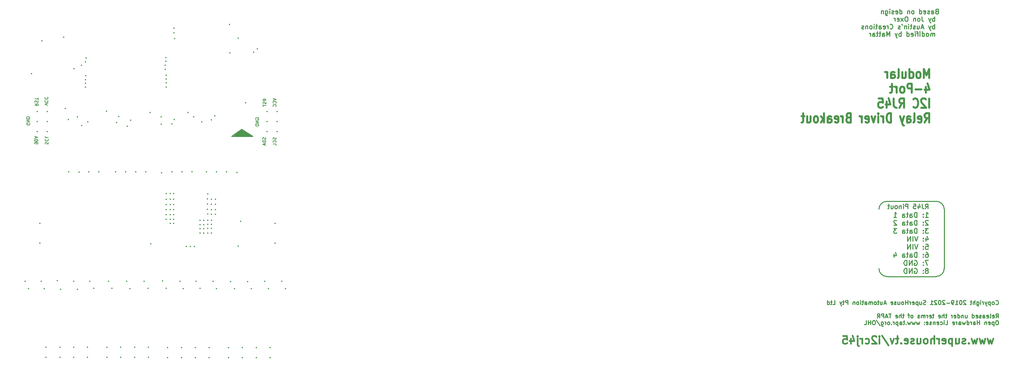
<source format=gbo>
%TF.GenerationSoftware,KiCad,Pcbnew,(6.0.9)*%
%TF.CreationDate,2023-11-09T17:58:51+05:30*%
%TF.ProjectId,Modular-I2C-4PxRJ45-Relay-Driver,4d6f6475-6c61-4722-9d49-32432d345078,2*%
%TF.SameCoordinates,Original*%
%TF.FileFunction,Legend,Bot*%
%TF.FilePolarity,Positive*%
%FSLAX46Y46*%
G04 Gerber Fmt 4.6, Leading zero omitted, Abs format (unit mm)*
G04 Created by KiCad (PCBNEW (6.0.9)) date 2023-11-09 17:58:51*
%MOMM*%
%LPD*%
G01*
G04 APERTURE LIST*
%ADD10C,0.254000*%
%ADD11C,0.406400*%
%ADD12C,0.391000*%
%ADD13C,0.476000*%
%ADD14C,0.200000*%
%ADD15C,0.240000*%
%ADD16C,0.252000*%
%ADD17C,0.215900*%
%ADD18C,0.241808*%
%ADD19C,0.350000*%
G04 APERTURE END LIST*
D10*
X348456014Y-74534986D02*
X348456014Y-89534986D01*
X346456014Y-91535014D02*
G75*
G03*
X348456014Y-89534986I-14J2000014D01*
G01*
X331956014Y-89534986D02*
G75*
G03*
X333956014Y-91534986I1999986J-14D01*
G01*
X173688351Y-56130800D02*
X170894351Y-54352800D01*
X173180351Y-55876800D02*
X172926351Y-55876800D01*
X169116351Y-55876800D02*
X170894351Y-54606800D01*
X348456014Y-74534986D02*
G75*
G03*
X346456014Y-72534986I-2000014J-14D01*
G01*
X168354351Y-56130800D02*
X173688351Y-56130800D01*
D11*
X170132351Y-55368800D02*
X171402351Y-55368800D01*
D10*
X170894351Y-54352800D02*
X168354351Y-56130800D01*
D11*
X171402351Y-55368800D02*
X170894351Y-55114800D01*
D10*
X333956014Y-72535014D02*
G75*
G03*
X331956014Y-74534986I-14J-1999986D01*
G01*
X346451014Y-91559986D02*
X333951014Y-91559986D01*
D11*
X172418351Y-55622800D02*
X170894351Y-54860800D01*
D10*
X170894351Y-54606800D02*
X172926351Y-55876800D01*
X172926351Y-55876800D02*
X169116351Y-55876800D01*
D11*
X170894351Y-54860800D02*
X170132351Y-55368800D01*
D10*
X333956014Y-72534986D02*
X346456014Y-72534986D01*
D11*
X169624351Y-55622800D02*
X172418351Y-55622800D01*
D12*
X360801547Y-107221428D02*
X360437928Y-108494095D01*
X360074309Y-107585047D01*
X359710690Y-108494095D01*
X359347071Y-107221428D01*
X358801642Y-107221428D02*
X358438023Y-108494095D01*
X358074404Y-107585047D01*
X357710785Y-108494095D01*
X357347166Y-107221428D01*
X356801738Y-107221428D02*
X356438119Y-108494095D01*
X356074500Y-107585047D01*
X355710880Y-108494095D01*
X355347261Y-107221428D01*
X354620023Y-108312285D02*
X354529119Y-108403190D01*
X354620023Y-108494095D01*
X354710928Y-108403190D01*
X354620023Y-108312285D01*
X354620023Y-108494095D01*
X353801880Y-108403190D02*
X353620071Y-108494095D01*
X353256452Y-108494095D01*
X353074642Y-108403190D01*
X352983738Y-108221380D01*
X352983738Y-108130476D01*
X353074642Y-107948666D01*
X353256452Y-107857761D01*
X353529166Y-107857761D01*
X353710976Y-107766857D01*
X353801880Y-107585047D01*
X353801880Y-107494142D01*
X353710976Y-107312333D01*
X353529166Y-107221428D01*
X353256452Y-107221428D01*
X353074642Y-107312333D01*
X351347452Y-107221428D02*
X351347452Y-108494095D01*
X352165595Y-107221428D02*
X352165595Y-108221380D01*
X352074690Y-108403190D01*
X351892880Y-108494095D01*
X351620166Y-108494095D01*
X351438357Y-108403190D01*
X351347452Y-108312285D01*
X350438404Y-107221428D02*
X350438404Y-109130428D01*
X350438404Y-107312333D02*
X350256595Y-107221428D01*
X349892976Y-107221428D01*
X349711166Y-107312333D01*
X349620261Y-107403238D01*
X349529357Y-107585047D01*
X349529357Y-108130476D01*
X349620261Y-108312285D01*
X349711166Y-108403190D01*
X349892976Y-108494095D01*
X350256595Y-108494095D01*
X350438404Y-108403190D01*
X347983976Y-108403190D02*
X348165785Y-108494095D01*
X348529404Y-108494095D01*
X348711214Y-108403190D01*
X348802119Y-108221380D01*
X348802119Y-107494142D01*
X348711214Y-107312333D01*
X348529404Y-107221428D01*
X348165785Y-107221428D01*
X347983976Y-107312333D01*
X347893071Y-107494142D01*
X347893071Y-107675952D01*
X348802119Y-107857761D01*
X347074928Y-108494095D02*
X347074928Y-107221428D01*
X347074928Y-107585047D02*
X346984023Y-107403238D01*
X346893119Y-107312333D01*
X346711309Y-107221428D01*
X346529500Y-107221428D01*
X345893166Y-108494095D02*
X345893166Y-106585095D01*
X345075023Y-108494095D02*
X345075023Y-107494142D01*
X345165928Y-107312333D01*
X345347738Y-107221428D01*
X345620452Y-107221428D01*
X345802261Y-107312333D01*
X345893166Y-107403238D01*
X343893261Y-108494095D02*
X344075071Y-108403190D01*
X344165976Y-108312285D01*
X344256880Y-108130476D01*
X344256880Y-107585047D01*
X344165976Y-107403238D01*
X344075071Y-107312333D01*
X343893261Y-107221428D01*
X343620547Y-107221428D01*
X343438738Y-107312333D01*
X343347833Y-107403238D01*
X343256928Y-107585047D01*
X343256928Y-108130476D01*
X343347833Y-108312285D01*
X343438738Y-108403190D01*
X343620547Y-108494095D01*
X343893261Y-108494095D01*
X341620642Y-107221428D02*
X341620642Y-108494095D01*
X342438785Y-107221428D02*
X342438785Y-108221380D01*
X342347880Y-108403190D01*
X342166071Y-108494095D01*
X341893357Y-108494095D01*
X341711547Y-108403190D01*
X341620642Y-108312285D01*
X340802500Y-108403190D02*
X340620690Y-108494095D01*
X340257071Y-108494095D01*
X340075261Y-108403190D01*
X339984357Y-108221380D01*
X339984357Y-108130476D01*
X340075261Y-107948666D01*
X340257071Y-107857761D01*
X340529785Y-107857761D01*
X340711595Y-107766857D01*
X340802500Y-107585047D01*
X340802500Y-107494142D01*
X340711595Y-107312333D01*
X340529785Y-107221428D01*
X340257071Y-107221428D01*
X340075261Y-107312333D01*
X338438976Y-108403190D02*
X338620785Y-108494095D01*
X338984404Y-108494095D01*
X339166214Y-108403190D01*
X339257119Y-108221380D01*
X339257119Y-107494142D01*
X339166214Y-107312333D01*
X338984404Y-107221428D01*
X338620785Y-107221428D01*
X338438976Y-107312333D01*
X338348071Y-107494142D01*
X338348071Y-107675952D01*
X339257119Y-107857761D01*
X337529928Y-108312285D02*
X337439023Y-108403190D01*
X337529928Y-108494095D01*
X337620833Y-108403190D01*
X337529928Y-108312285D01*
X337529928Y-108494095D01*
X336893595Y-107221428D02*
X336166357Y-107221428D01*
X336620880Y-106585095D02*
X336620880Y-108221380D01*
X336529976Y-108403190D01*
X336348166Y-108494095D01*
X336166357Y-108494095D01*
X335711833Y-107221428D02*
X335257309Y-108494095D01*
X334802785Y-107221428D01*
X332711976Y-106494190D02*
X334348261Y-108948619D01*
X332075642Y-108494095D02*
X332075642Y-107221428D01*
X332075642Y-106585095D02*
X332166547Y-106676000D01*
X332075642Y-106766904D01*
X331984738Y-106676000D01*
X332075642Y-106585095D01*
X332075642Y-106766904D01*
X331257500Y-106766904D02*
X331166595Y-106676000D01*
X330984785Y-106585095D01*
X330530261Y-106585095D01*
X330348452Y-106676000D01*
X330257547Y-106766904D01*
X330166642Y-106948714D01*
X330166642Y-107130523D01*
X330257547Y-107403238D01*
X331348404Y-108494095D01*
X330166642Y-108494095D01*
X328530357Y-108403190D02*
X328712166Y-108494095D01*
X329075785Y-108494095D01*
X329257595Y-108403190D01*
X329348500Y-108312285D01*
X329439404Y-108130476D01*
X329439404Y-107585047D01*
X329348500Y-107403238D01*
X329257595Y-107312333D01*
X329075785Y-107221428D01*
X328712166Y-107221428D01*
X328530357Y-107312333D01*
X327712214Y-108494095D02*
X327712214Y-107221428D01*
X327712214Y-107585047D02*
X327621309Y-107403238D01*
X327530404Y-107312333D01*
X327348595Y-107221428D01*
X327166785Y-107221428D01*
X326530452Y-107221428D02*
X326530452Y-108857714D01*
X326621357Y-109039523D01*
X326803166Y-109130428D01*
X326894071Y-109130428D01*
X326530452Y-106585095D02*
X326621357Y-106676000D01*
X326530452Y-106766904D01*
X326439547Y-106676000D01*
X326530452Y-106585095D01*
X326530452Y-106766904D01*
X324803261Y-107221428D02*
X324803261Y-108494095D01*
X325257785Y-106494190D02*
X325712309Y-107857761D01*
X324530547Y-107857761D01*
X322894261Y-106585095D02*
X323803309Y-106585095D01*
X323894214Y-107494142D01*
X323803309Y-107403238D01*
X323621500Y-107312333D01*
X323166976Y-107312333D01*
X322985166Y-107403238D01*
X322894261Y-107494142D01*
X322803357Y-107675952D01*
X322803357Y-108130476D01*
X322894261Y-108312285D01*
X322985166Y-108403190D01*
X323166976Y-108494095D01*
X323621500Y-108494095D01*
X323803309Y-108403190D01*
X323894214Y-108312285D01*
D13*
X344654409Y-41369413D02*
X344654409Y-39045413D01*
X343987742Y-40705413D01*
X343321076Y-39045413D01*
X343321076Y-41369413D01*
X342082980Y-41369413D02*
X342273457Y-41258746D01*
X342368695Y-41148080D01*
X342463933Y-40926746D01*
X342463933Y-40262746D01*
X342368695Y-40041413D01*
X342273457Y-39930746D01*
X342082980Y-39820080D01*
X341797266Y-39820080D01*
X341606790Y-39930746D01*
X341511552Y-40041413D01*
X341416314Y-40262746D01*
X341416314Y-40926746D01*
X341511552Y-41148080D01*
X341606790Y-41258746D01*
X341797266Y-41369413D01*
X342082980Y-41369413D01*
X339702028Y-41369413D02*
X339702028Y-39045413D01*
X339702028Y-41258746D02*
X339892504Y-41369413D01*
X340273457Y-41369413D01*
X340463933Y-41258746D01*
X340559171Y-41148080D01*
X340654409Y-40926746D01*
X340654409Y-40262746D01*
X340559171Y-40041413D01*
X340463933Y-39930746D01*
X340273457Y-39820080D01*
X339892504Y-39820080D01*
X339702028Y-39930746D01*
X337892504Y-39820080D02*
X337892504Y-41369413D01*
X338749647Y-39820080D02*
X338749647Y-41037413D01*
X338654409Y-41258746D01*
X338463933Y-41369413D01*
X338178219Y-41369413D01*
X337987742Y-41258746D01*
X337892504Y-41148080D01*
X336654409Y-41369413D02*
X336844885Y-41258746D01*
X336940123Y-41037413D01*
X336940123Y-39045413D01*
X335035361Y-41369413D02*
X335035361Y-40152080D01*
X335130600Y-39930746D01*
X335321076Y-39820080D01*
X335702028Y-39820080D01*
X335892504Y-39930746D01*
X335035361Y-41258746D02*
X335225838Y-41369413D01*
X335702028Y-41369413D01*
X335892504Y-41258746D01*
X335987742Y-41037413D01*
X335987742Y-40816080D01*
X335892504Y-40594746D01*
X335702028Y-40484080D01*
X335225838Y-40484080D01*
X335035361Y-40373413D01*
X334082980Y-41369413D02*
X334082980Y-39820080D01*
X334082980Y-40262746D02*
X333987742Y-40041413D01*
X333892504Y-39930746D01*
X333702028Y-39820080D01*
X333511552Y-39820080D01*
X343797266Y-43561720D02*
X343797266Y-45111053D01*
X344273457Y-42676386D02*
X344749647Y-44336386D01*
X343511552Y-44336386D01*
X342749647Y-44225720D02*
X341225838Y-44225720D01*
X340273457Y-45111053D02*
X340273457Y-42787053D01*
X339511552Y-42787053D01*
X339321076Y-42897720D01*
X339225838Y-43008386D01*
X339130600Y-43229720D01*
X339130600Y-43561720D01*
X339225838Y-43783053D01*
X339321076Y-43893720D01*
X339511552Y-44004386D01*
X340273457Y-44004386D01*
X337987742Y-45111053D02*
X338178219Y-45000386D01*
X338273457Y-44889720D01*
X338368695Y-44668386D01*
X338368695Y-44004386D01*
X338273457Y-43783053D01*
X338178219Y-43672386D01*
X337987742Y-43561720D01*
X337702028Y-43561720D01*
X337511552Y-43672386D01*
X337416314Y-43783053D01*
X337321076Y-44004386D01*
X337321076Y-44668386D01*
X337416314Y-44889720D01*
X337511552Y-45000386D01*
X337702028Y-45111053D01*
X337987742Y-45111053D01*
X336463933Y-45111053D02*
X336463933Y-43561720D01*
X336463933Y-44004386D02*
X336368695Y-43783053D01*
X336273457Y-43672386D01*
X336082980Y-43561720D01*
X335892504Y-43561720D01*
X335511552Y-43561720D02*
X334749647Y-43561720D01*
X335225838Y-42787053D02*
X335225838Y-44779053D01*
X335130600Y-45000386D01*
X334940123Y-45111053D01*
X334749647Y-45111053D01*
X344654409Y-48852693D02*
X344654409Y-46528693D01*
X343797266Y-46750026D02*
X343702028Y-46639360D01*
X343511552Y-46528693D01*
X343035361Y-46528693D01*
X342844885Y-46639360D01*
X342749647Y-46750026D01*
X342654409Y-46971360D01*
X342654409Y-47192693D01*
X342749647Y-47524693D01*
X343892504Y-48852693D01*
X342654409Y-48852693D01*
X340654409Y-48631360D02*
X340749647Y-48742026D01*
X341035361Y-48852693D01*
X341225838Y-48852693D01*
X341511552Y-48742026D01*
X341702028Y-48520693D01*
X341797266Y-48299360D01*
X341892504Y-47856693D01*
X341892504Y-47524693D01*
X341797266Y-47082026D01*
X341702028Y-46860693D01*
X341511552Y-46639360D01*
X341225838Y-46528693D01*
X341035361Y-46528693D01*
X340749647Y-46639360D01*
X340654409Y-46750026D01*
X337130600Y-48852693D02*
X337797266Y-47746026D01*
X338273457Y-48852693D02*
X338273457Y-46528693D01*
X337511552Y-46528693D01*
X337321076Y-46639360D01*
X337225838Y-46750026D01*
X337130600Y-46971360D01*
X337130600Y-47303360D01*
X337225838Y-47524693D01*
X337321076Y-47635360D01*
X337511552Y-47746026D01*
X338273457Y-47746026D01*
X335702028Y-46528693D02*
X335702028Y-48188693D01*
X335797266Y-48520693D01*
X335987742Y-48742026D01*
X336273457Y-48852693D01*
X336463933Y-48852693D01*
X333892504Y-47303360D02*
X333892504Y-48852693D01*
X334368695Y-46418026D02*
X334844885Y-48078026D01*
X333606790Y-48078026D01*
X331892504Y-46528693D02*
X332844885Y-46528693D01*
X332940123Y-47635360D01*
X332844885Y-47524693D01*
X332654409Y-47414026D01*
X332178219Y-47414026D01*
X331987742Y-47524693D01*
X331892504Y-47635360D01*
X331797266Y-47856693D01*
X331797266Y-48410026D01*
X331892504Y-48631360D01*
X331987742Y-48742026D01*
X332178219Y-48852693D01*
X332654409Y-48852693D01*
X332844885Y-48742026D01*
X332940123Y-48631360D01*
X343511552Y-52594333D02*
X344178219Y-51487666D01*
X344654409Y-52594333D02*
X344654409Y-50270333D01*
X343892504Y-50270333D01*
X343702028Y-50381000D01*
X343606790Y-50491666D01*
X343511552Y-50713000D01*
X343511552Y-51045000D01*
X343606790Y-51266333D01*
X343702028Y-51377000D01*
X343892504Y-51487666D01*
X344654409Y-51487666D01*
X341892504Y-52483666D02*
X342082980Y-52594333D01*
X342463933Y-52594333D01*
X342654409Y-52483666D01*
X342749647Y-52262333D01*
X342749647Y-51377000D01*
X342654409Y-51155666D01*
X342463933Y-51045000D01*
X342082980Y-51045000D01*
X341892504Y-51155666D01*
X341797266Y-51377000D01*
X341797266Y-51598333D01*
X342749647Y-51819666D01*
X340654409Y-52594333D02*
X340844885Y-52483666D01*
X340940123Y-52262333D01*
X340940123Y-50270333D01*
X339035361Y-52594333D02*
X339035361Y-51377000D01*
X339130600Y-51155666D01*
X339321076Y-51045000D01*
X339702028Y-51045000D01*
X339892504Y-51155666D01*
X339035361Y-52483666D02*
X339225838Y-52594333D01*
X339702028Y-52594333D01*
X339892504Y-52483666D01*
X339987742Y-52262333D01*
X339987742Y-52041000D01*
X339892504Y-51819666D01*
X339702028Y-51709000D01*
X339225838Y-51709000D01*
X339035361Y-51598333D01*
X338273457Y-51045000D02*
X337797266Y-52594333D01*
X337321076Y-51045000D02*
X337797266Y-52594333D01*
X337987742Y-53147666D01*
X338082980Y-53258333D01*
X338273457Y-53369000D01*
X335035361Y-52594333D02*
X335035361Y-50270333D01*
X334559171Y-50270333D01*
X334273457Y-50381000D01*
X334082980Y-50602333D01*
X333987742Y-50823666D01*
X333892504Y-51266333D01*
X333892504Y-51598333D01*
X333987742Y-52041000D01*
X334082980Y-52262333D01*
X334273457Y-52483666D01*
X334559171Y-52594333D01*
X335035361Y-52594333D01*
X333035361Y-52594333D02*
X333035361Y-51045000D01*
X333035361Y-51487666D02*
X332940123Y-51266333D01*
X332844885Y-51155666D01*
X332654409Y-51045000D01*
X332463933Y-51045000D01*
X331797266Y-52594333D02*
X331797266Y-51045000D01*
X331797266Y-50270333D02*
X331892504Y-50381000D01*
X331797266Y-50491666D01*
X331702028Y-50381000D01*
X331797266Y-50270333D01*
X331797266Y-50491666D01*
X331035361Y-51045000D02*
X330559171Y-52594333D01*
X330082980Y-51045000D01*
X328559171Y-52483666D02*
X328749647Y-52594333D01*
X329130600Y-52594333D01*
X329321076Y-52483666D01*
X329416314Y-52262333D01*
X329416314Y-51377000D01*
X329321076Y-51155666D01*
X329130600Y-51045000D01*
X328749647Y-51045000D01*
X328559171Y-51155666D01*
X328463933Y-51377000D01*
X328463933Y-51598333D01*
X329416314Y-51819666D01*
X327606790Y-52594333D02*
X327606790Y-51045000D01*
X327606790Y-51487666D02*
X327511552Y-51266333D01*
X327416314Y-51155666D01*
X327225838Y-51045000D01*
X327035361Y-51045000D01*
X324178219Y-51377000D02*
X323892504Y-51487666D01*
X323797266Y-51598333D01*
X323702028Y-51819666D01*
X323702028Y-52151666D01*
X323797266Y-52373000D01*
X323892504Y-52483666D01*
X324082980Y-52594333D01*
X324844885Y-52594333D01*
X324844885Y-50270333D01*
X324178219Y-50270333D01*
X323987742Y-50381000D01*
X323892504Y-50491666D01*
X323797266Y-50713000D01*
X323797266Y-50934333D01*
X323892504Y-51155666D01*
X323987742Y-51266333D01*
X324178219Y-51377000D01*
X324844885Y-51377000D01*
X322844885Y-52594333D02*
X322844885Y-51045000D01*
X322844885Y-51487666D02*
X322749647Y-51266333D01*
X322654409Y-51155666D01*
X322463933Y-51045000D01*
X322273457Y-51045000D01*
X320844885Y-52483666D02*
X321035361Y-52594333D01*
X321416314Y-52594333D01*
X321606790Y-52483666D01*
X321702028Y-52262333D01*
X321702028Y-51377000D01*
X321606790Y-51155666D01*
X321416314Y-51045000D01*
X321035361Y-51045000D01*
X320844885Y-51155666D01*
X320749647Y-51377000D01*
X320749647Y-51598333D01*
X321702028Y-51819666D01*
X319035361Y-52594333D02*
X319035361Y-51377000D01*
X319130600Y-51155666D01*
X319321076Y-51045000D01*
X319702028Y-51045000D01*
X319892504Y-51155666D01*
X319035361Y-52483666D02*
X319225838Y-52594333D01*
X319702028Y-52594333D01*
X319892504Y-52483666D01*
X319987742Y-52262333D01*
X319987742Y-52041000D01*
X319892504Y-51819666D01*
X319702028Y-51709000D01*
X319225838Y-51709000D01*
X319035361Y-51598333D01*
X318082980Y-52594333D02*
X318082980Y-50270333D01*
X317892504Y-51709000D02*
X317321076Y-52594333D01*
X317321076Y-51045000D02*
X318082980Y-51930333D01*
X316178219Y-52594333D02*
X316368695Y-52483666D01*
X316463933Y-52373000D01*
X316559171Y-52151666D01*
X316559171Y-51487666D01*
X316463933Y-51266333D01*
X316368695Y-51155666D01*
X316178219Y-51045000D01*
X315892504Y-51045000D01*
X315702028Y-51155666D01*
X315606790Y-51266333D01*
X315511552Y-51487666D01*
X315511552Y-52151666D01*
X315606790Y-52373000D01*
X315702028Y-52483666D01*
X315892504Y-52594333D01*
X316178219Y-52594333D01*
X313797266Y-51045000D02*
X313797266Y-52594333D01*
X314654409Y-51045000D02*
X314654409Y-52262333D01*
X314559171Y-52483666D01*
X314368695Y-52594333D01*
X314082980Y-52594333D01*
X313892504Y-52483666D01*
X313797266Y-52373000D01*
X313130600Y-51045000D02*
X312368695Y-51045000D01*
X312844885Y-50270333D02*
X312844885Y-52262333D01*
X312749647Y-52483666D01*
X312559171Y-52594333D01*
X312368695Y-52594333D01*
D14*
X122005095Y-48263666D02*
X121205095Y-47997000D01*
X122005095Y-47730333D01*
X121281285Y-47006523D02*
X121243190Y-47044619D01*
X121205095Y-47158904D01*
X121205095Y-47235095D01*
X121243190Y-47349380D01*
X121319380Y-47425571D01*
X121395571Y-47463666D01*
X121547952Y-47501761D01*
X121662238Y-47501761D01*
X121814619Y-47463666D01*
X121890809Y-47425571D01*
X121967000Y-47349380D01*
X122005095Y-47235095D01*
X122005095Y-47158904D01*
X121967000Y-47044619D01*
X121928904Y-47006523D01*
X121281285Y-46206523D02*
X121243190Y-46244619D01*
X121205095Y-46358904D01*
X121205095Y-46435095D01*
X121243190Y-46549380D01*
X121319380Y-46625571D01*
X121395571Y-46663666D01*
X121547952Y-46701761D01*
X121662238Y-46701761D01*
X121814619Y-46663666D01*
X121890809Y-46625571D01*
X121967000Y-46549380D01*
X122005095Y-46435095D01*
X122005095Y-46358904D01*
X121967000Y-46244619D01*
X121928904Y-46206523D01*
X118705095Y-47835095D02*
X119086047Y-48101761D01*
X118705095Y-48292238D02*
X119505095Y-48292238D01*
X119505095Y-47987476D01*
X119467000Y-47911285D01*
X119428904Y-47873190D01*
X119352714Y-47835095D01*
X119238428Y-47835095D01*
X119162238Y-47873190D01*
X119124142Y-47911285D01*
X119086047Y-47987476D01*
X119086047Y-48292238D01*
X118743190Y-47530333D02*
X118705095Y-47416047D01*
X118705095Y-47225571D01*
X118743190Y-47149380D01*
X118781285Y-47111285D01*
X118857476Y-47073190D01*
X118933666Y-47073190D01*
X119009857Y-47111285D01*
X119047952Y-47149380D01*
X119086047Y-47225571D01*
X119124142Y-47377952D01*
X119162238Y-47454142D01*
X119200333Y-47492238D01*
X119276523Y-47530333D01*
X119352714Y-47530333D01*
X119428904Y-47492238D01*
X119467000Y-47454142D01*
X119505095Y-47377952D01*
X119505095Y-47187476D01*
X119467000Y-47073190D01*
X119505095Y-46844619D02*
X119505095Y-46387476D01*
X118705095Y-46616047D02*
X119505095Y-46616047D01*
X177140904Y-47112904D02*
X176759952Y-46846238D01*
X177140904Y-46655761D02*
X176340904Y-46655761D01*
X176340904Y-46960523D01*
X176379000Y-47036714D01*
X176417095Y-47074809D01*
X176493285Y-47112904D01*
X176607571Y-47112904D01*
X176683761Y-47074809D01*
X176721857Y-47036714D01*
X176759952Y-46960523D01*
X176759952Y-46655761D01*
X177102809Y-47417666D02*
X177140904Y-47531952D01*
X177140904Y-47722428D01*
X177102809Y-47798619D01*
X177064714Y-47836714D01*
X176988523Y-47874809D01*
X176912333Y-47874809D01*
X176836142Y-47836714D01*
X176798047Y-47798619D01*
X176759952Y-47722428D01*
X176721857Y-47570047D01*
X176683761Y-47493857D01*
X176645666Y-47455761D01*
X176569476Y-47417666D01*
X176493285Y-47417666D01*
X176417095Y-47455761D01*
X176379000Y-47493857D01*
X176340904Y-47570047D01*
X176340904Y-47760523D01*
X176379000Y-47874809D01*
X176340904Y-48103380D02*
X176340904Y-48560523D01*
X177140904Y-48331952D02*
X176340904Y-48331952D01*
D15*
X343657014Y-76537786D02*
X344377014Y-76537786D01*
X344017014Y-76537786D02*
X344017014Y-75277786D01*
X344137014Y-75457786D01*
X344257014Y-75577786D01*
X344377014Y-75637786D01*
X343117014Y-76417786D02*
X343057014Y-76477786D01*
X343117014Y-76537786D01*
X343177014Y-76477786D01*
X343117014Y-76417786D01*
X343117014Y-76537786D01*
X343117014Y-75757786D02*
X343057014Y-75817786D01*
X343117014Y-75877786D01*
X343177014Y-75817786D01*
X343117014Y-75757786D01*
X343117014Y-75877786D01*
X341557014Y-76537786D02*
X341557014Y-75277786D01*
X341257014Y-75277786D01*
X341077014Y-75337786D01*
X340957014Y-75457786D01*
X340897014Y-75577786D01*
X340837014Y-75817786D01*
X340837014Y-75997786D01*
X340897014Y-76237786D01*
X340957014Y-76357786D01*
X341077014Y-76477786D01*
X341257014Y-76537786D01*
X341557014Y-76537786D01*
X339757014Y-76537786D02*
X339757014Y-75877786D01*
X339817014Y-75757786D01*
X339937014Y-75697786D01*
X340177014Y-75697786D01*
X340297014Y-75757786D01*
X339757014Y-76477786D02*
X339877014Y-76537786D01*
X340177014Y-76537786D01*
X340297014Y-76477786D01*
X340357014Y-76357786D01*
X340357014Y-76237786D01*
X340297014Y-76117786D01*
X340177014Y-76057786D01*
X339877014Y-76057786D01*
X339757014Y-75997786D01*
X339337014Y-75697786D02*
X338857014Y-75697786D01*
X339157014Y-75277786D02*
X339157014Y-76357786D01*
X339097014Y-76477786D01*
X338977014Y-76537786D01*
X338857014Y-76537786D01*
X337897014Y-76537786D02*
X337897014Y-75877786D01*
X337957014Y-75757786D01*
X338077014Y-75697786D01*
X338317014Y-75697786D01*
X338437014Y-75757786D01*
X337897014Y-76477786D02*
X338017014Y-76537786D01*
X338317014Y-76537786D01*
X338437014Y-76477786D01*
X338497014Y-76357786D01*
X338497014Y-76237786D01*
X338437014Y-76117786D01*
X338317014Y-76057786D01*
X338017014Y-76057786D01*
X337897014Y-75997786D01*
X335677014Y-76537786D02*
X336397014Y-76537786D01*
X336037014Y-76537786D02*
X336037014Y-75277786D01*
X336157014Y-75457786D01*
X336277014Y-75577786D01*
X336397014Y-75637786D01*
X344377014Y-77426386D02*
X344317014Y-77366386D01*
X344197014Y-77306386D01*
X343897014Y-77306386D01*
X343777014Y-77366386D01*
X343717014Y-77426386D01*
X343657014Y-77546386D01*
X343657014Y-77666386D01*
X343717014Y-77846386D01*
X344437014Y-78566386D01*
X343657014Y-78566386D01*
X343117014Y-78446386D02*
X343057014Y-78506386D01*
X343117014Y-78566386D01*
X343177014Y-78506386D01*
X343117014Y-78446386D01*
X343117014Y-78566386D01*
X343117014Y-77786386D02*
X343057014Y-77846386D01*
X343117014Y-77906386D01*
X343177014Y-77846386D01*
X343117014Y-77786386D01*
X343117014Y-77906386D01*
X341557014Y-78566386D02*
X341557014Y-77306386D01*
X341257014Y-77306386D01*
X341077014Y-77366386D01*
X340957014Y-77486386D01*
X340897014Y-77606386D01*
X340837014Y-77846386D01*
X340837014Y-78026386D01*
X340897014Y-78266386D01*
X340957014Y-78386386D01*
X341077014Y-78506386D01*
X341257014Y-78566386D01*
X341557014Y-78566386D01*
X339757014Y-78566386D02*
X339757014Y-77906386D01*
X339817014Y-77786386D01*
X339937014Y-77726386D01*
X340177014Y-77726386D01*
X340297014Y-77786386D01*
X339757014Y-78506386D02*
X339877014Y-78566386D01*
X340177014Y-78566386D01*
X340297014Y-78506386D01*
X340357014Y-78386386D01*
X340357014Y-78266386D01*
X340297014Y-78146386D01*
X340177014Y-78086386D01*
X339877014Y-78086386D01*
X339757014Y-78026386D01*
X339337014Y-77726386D02*
X338857014Y-77726386D01*
X339157014Y-77306386D02*
X339157014Y-78386386D01*
X339097014Y-78506386D01*
X338977014Y-78566386D01*
X338857014Y-78566386D01*
X337897014Y-78566386D02*
X337897014Y-77906386D01*
X337957014Y-77786386D01*
X338077014Y-77726386D01*
X338317014Y-77726386D01*
X338437014Y-77786386D01*
X337897014Y-78506386D02*
X338017014Y-78566386D01*
X338317014Y-78566386D01*
X338437014Y-78506386D01*
X338497014Y-78386386D01*
X338497014Y-78266386D01*
X338437014Y-78146386D01*
X338317014Y-78086386D01*
X338017014Y-78086386D01*
X337897014Y-78026386D01*
X336397014Y-77426386D02*
X336337014Y-77366386D01*
X336217014Y-77306386D01*
X335917014Y-77306386D01*
X335797014Y-77366386D01*
X335737014Y-77426386D01*
X335677014Y-77546386D01*
X335677014Y-77666386D01*
X335737014Y-77846386D01*
X336457014Y-78566386D01*
X335677014Y-78566386D01*
X344437014Y-79334986D02*
X343657014Y-79334986D01*
X344077014Y-79814986D01*
X343897014Y-79814986D01*
X343777014Y-79874986D01*
X343717014Y-79934986D01*
X343657014Y-80054986D01*
X343657014Y-80354986D01*
X343717014Y-80474986D01*
X343777014Y-80534986D01*
X343897014Y-80594986D01*
X344257014Y-80594986D01*
X344377014Y-80534986D01*
X344437014Y-80474986D01*
X343117014Y-80474986D02*
X343057014Y-80534986D01*
X343117014Y-80594986D01*
X343177014Y-80534986D01*
X343117014Y-80474986D01*
X343117014Y-80594986D01*
X343117014Y-79814986D02*
X343057014Y-79874986D01*
X343117014Y-79934986D01*
X343177014Y-79874986D01*
X343117014Y-79814986D01*
X343117014Y-79934986D01*
X341557014Y-80594986D02*
X341557014Y-79334986D01*
X341257014Y-79334986D01*
X341077014Y-79394986D01*
X340957014Y-79514986D01*
X340897014Y-79634986D01*
X340837014Y-79874986D01*
X340837014Y-80054986D01*
X340897014Y-80294986D01*
X340957014Y-80414986D01*
X341077014Y-80534986D01*
X341257014Y-80594986D01*
X341557014Y-80594986D01*
X339757014Y-80594986D02*
X339757014Y-79934986D01*
X339817014Y-79814986D01*
X339937014Y-79754986D01*
X340177014Y-79754986D01*
X340297014Y-79814986D01*
X339757014Y-80534986D02*
X339877014Y-80594986D01*
X340177014Y-80594986D01*
X340297014Y-80534986D01*
X340357014Y-80414986D01*
X340357014Y-80294986D01*
X340297014Y-80174986D01*
X340177014Y-80114986D01*
X339877014Y-80114986D01*
X339757014Y-80054986D01*
X339337014Y-79754986D02*
X338857014Y-79754986D01*
X339157014Y-79334986D02*
X339157014Y-80414986D01*
X339097014Y-80534986D01*
X338977014Y-80594986D01*
X338857014Y-80594986D01*
X337897014Y-80594986D02*
X337897014Y-79934986D01*
X337957014Y-79814986D01*
X338077014Y-79754986D01*
X338317014Y-79754986D01*
X338437014Y-79814986D01*
X337897014Y-80534986D02*
X338017014Y-80594986D01*
X338317014Y-80594986D01*
X338437014Y-80534986D01*
X338497014Y-80414986D01*
X338497014Y-80294986D01*
X338437014Y-80174986D01*
X338317014Y-80114986D01*
X338017014Y-80114986D01*
X337897014Y-80054986D01*
X336457014Y-79334986D02*
X335677014Y-79334986D01*
X336097014Y-79814986D01*
X335917014Y-79814986D01*
X335797014Y-79874986D01*
X335737014Y-79934986D01*
X335677014Y-80054986D01*
X335677014Y-80354986D01*
X335737014Y-80474986D01*
X335797014Y-80534986D01*
X335917014Y-80594986D01*
X336277014Y-80594986D01*
X336397014Y-80534986D01*
X336457014Y-80474986D01*
X343777014Y-81783586D02*
X343777014Y-82623586D01*
X344077014Y-81303586D02*
X344377014Y-82203586D01*
X343597014Y-82203586D01*
X343117014Y-82503586D02*
X343057014Y-82563586D01*
X343117014Y-82623586D01*
X343177014Y-82563586D01*
X343117014Y-82503586D01*
X343117014Y-82623586D01*
X343117014Y-81843586D02*
X343057014Y-81903586D01*
X343117014Y-81963586D01*
X343177014Y-81903586D01*
X343117014Y-81843586D01*
X343117014Y-81963586D01*
X341737014Y-81363586D02*
X341317014Y-82623586D01*
X340897014Y-81363586D01*
X340477014Y-82623586D02*
X340477014Y-81363586D01*
X339877014Y-82623586D02*
X339877014Y-81363586D01*
X339157014Y-82623586D01*
X339157014Y-81363586D01*
X343717014Y-83392186D02*
X344317014Y-83392186D01*
X344377014Y-83992186D01*
X344317014Y-83932186D01*
X344197014Y-83872186D01*
X343897014Y-83872186D01*
X343777014Y-83932186D01*
X343717014Y-83992186D01*
X343657014Y-84112186D01*
X343657014Y-84412186D01*
X343717014Y-84532186D01*
X343777014Y-84592186D01*
X343897014Y-84652186D01*
X344197014Y-84652186D01*
X344317014Y-84592186D01*
X344377014Y-84532186D01*
X343117014Y-84532186D02*
X343057014Y-84592186D01*
X343117014Y-84652186D01*
X343177014Y-84592186D01*
X343117014Y-84532186D01*
X343117014Y-84652186D01*
X343117014Y-83872186D02*
X343057014Y-83932186D01*
X343117014Y-83992186D01*
X343177014Y-83932186D01*
X343117014Y-83872186D01*
X343117014Y-83992186D01*
X341737014Y-83392186D02*
X341317014Y-84652186D01*
X340897014Y-83392186D01*
X340477014Y-84652186D02*
X340477014Y-83392186D01*
X339877014Y-84652186D02*
X339877014Y-83392186D01*
X339157014Y-84652186D01*
X339157014Y-83392186D01*
X343777014Y-85420786D02*
X344017014Y-85420786D01*
X344137014Y-85480786D01*
X344197014Y-85540786D01*
X344317014Y-85720786D01*
X344377014Y-85960786D01*
X344377014Y-86440786D01*
X344317014Y-86560786D01*
X344257014Y-86620786D01*
X344137014Y-86680786D01*
X343897014Y-86680786D01*
X343777014Y-86620786D01*
X343717014Y-86560786D01*
X343657014Y-86440786D01*
X343657014Y-86140786D01*
X343717014Y-86020786D01*
X343777014Y-85960786D01*
X343897014Y-85900786D01*
X344137014Y-85900786D01*
X344257014Y-85960786D01*
X344317014Y-86020786D01*
X344377014Y-86140786D01*
X343117014Y-86560786D02*
X343057014Y-86620786D01*
X343117014Y-86680786D01*
X343177014Y-86620786D01*
X343117014Y-86560786D01*
X343117014Y-86680786D01*
X343117014Y-85900786D02*
X343057014Y-85960786D01*
X343117014Y-86020786D01*
X343177014Y-85960786D01*
X343117014Y-85900786D01*
X343117014Y-86020786D01*
X341557014Y-86680786D02*
X341557014Y-85420786D01*
X341257014Y-85420786D01*
X341077014Y-85480786D01*
X340957014Y-85600786D01*
X340897014Y-85720786D01*
X340837014Y-85960786D01*
X340837014Y-86140786D01*
X340897014Y-86380786D01*
X340957014Y-86500786D01*
X341077014Y-86620786D01*
X341257014Y-86680786D01*
X341557014Y-86680786D01*
X339757014Y-86680786D02*
X339757014Y-86020786D01*
X339817014Y-85900786D01*
X339937014Y-85840786D01*
X340177014Y-85840786D01*
X340297014Y-85900786D01*
X339757014Y-86620786D02*
X339877014Y-86680786D01*
X340177014Y-86680786D01*
X340297014Y-86620786D01*
X340357014Y-86500786D01*
X340357014Y-86380786D01*
X340297014Y-86260786D01*
X340177014Y-86200786D01*
X339877014Y-86200786D01*
X339757014Y-86140786D01*
X339337014Y-85840786D02*
X338857014Y-85840786D01*
X339157014Y-85420786D02*
X339157014Y-86500786D01*
X339097014Y-86620786D01*
X338977014Y-86680786D01*
X338857014Y-86680786D01*
X337897014Y-86680786D02*
X337897014Y-86020786D01*
X337957014Y-85900786D01*
X338077014Y-85840786D01*
X338317014Y-85840786D01*
X338437014Y-85900786D01*
X337897014Y-86620786D02*
X338017014Y-86680786D01*
X338317014Y-86680786D01*
X338437014Y-86620786D01*
X338497014Y-86500786D01*
X338497014Y-86380786D01*
X338437014Y-86260786D01*
X338317014Y-86200786D01*
X338017014Y-86200786D01*
X337897014Y-86140786D01*
X335797014Y-85840786D02*
X335797014Y-86680786D01*
X336097014Y-85360786D02*
X336397014Y-86260786D01*
X335617014Y-86260786D01*
X344437014Y-87449386D02*
X343597014Y-87449386D01*
X344137014Y-88709386D01*
X343117014Y-88589386D02*
X343057014Y-88649386D01*
X343117014Y-88709386D01*
X343177014Y-88649386D01*
X343117014Y-88589386D01*
X343117014Y-88709386D01*
X343117014Y-87929386D02*
X343057014Y-87989386D01*
X343117014Y-88049386D01*
X343177014Y-87989386D01*
X343117014Y-87929386D01*
X343117014Y-88049386D01*
X340897014Y-87509386D02*
X341017014Y-87449386D01*
X341197014Y-87449386D01*
X341377014Y-87509386D01*
X341497014Y-87629386D01*
X341557014Y-87749386D01*
X341617014Y-87989386D01*
X341617014Y-88169386D01*
X341557014Y-88409386D01*
X341497014Y-88529386D01*
X341377014Y-88649386D01*
X341197014Y-88709386D01*
X341077014Y-88709386D01*
X340897014Y-88649386D01*
X340837014Y-88589386D01*
X340837014Y-88169386D01*
X341077014Y-88169386D01*
X340297014Y-88709386D02*
X340297014Y-87449386D01*
X339577014Y-88709386D01*
X339577014Y-87449386D01*
X338977014Y-88709386D02*
X338977014Y-87449386D01*
X338677014Y-87449386D01*
X338497014Y-87509386D01*
X338377014Y-87629386D01*
X338317014Y-87749386D01*
X338257014Y-87989386D01*
X338257014Y-88169386D01*
X338317014Y-88409386D01*
X338377014Y-88529386D01*
X338497014Y-88649386D01*
X338677014Y-88709386D01*
X338977014Y-88709386D01*
X344137014Y-90017986D02*
X344257014Y-89957986D01*
X344317014Y-89897986D01*
X344377014Y-89777986D01*
X344377014Y-89717986D01*
X344317014Y-89597986D01*
X344257014Y-89537986D01*
X344137014Y-89477986D01*
X343897014Y-89477986D01*
X343777014Y-89537986D01*
X343717014Y-89597986D01*
X343657014Y-89717986D01*
X343657014Y-89777986D01*
X343717014Y-89897986D01*
X343777014Y-89957986D01*
X343897014Y-90017986D01*
X344137014Y-90017986D01*
X344257014Y-90077986D01*
X344317014Y-90137986D01*
X344377014Y-90257986D01*
X344377014Y-90497986D01*
X344317014Y-90617986D01*
X344257014Y-90677986D01*
X344137014Y-90737986D01*
X343897014Y-90737986D01*
X343777014Y-90677986D01*
X343717014Y-90617986D01*
X343657014Y-90497986D01*
X343657014Y-90257986D01*
X343717014Y-90137986D01*
X343777014Y-90077986D01*
X343897014Y-90017986D01*
X343117014Y-90617986D02*
X343057014Y-90677986D01*
X343117014Y-90737986D01*
X343177014Y-90677986D01*
X343117014Y-90617986D01*
X343117014Y-90737986D01*
X343117014Y-89957986D02*
X343057014Y-90017986D01*
X343117014Y-90077986D01*
X343177014Y-90017986D01*
X343117014Y-89957986D01*
X343117014Y-90077986D01*
X340897014Y-89537986D02*
X341017014Y-89477986D01*
X341197014Y-89477986D01*
X341377014Y-89537986D01*
X341497014Y-89657986D01*
X341557014Y-89777986D01*
X341617014Y-90017986D01*
X341617014Y-90197986D01*
X341557014Y-90437986D01*
X341497014Y-90557986D01*
X341377014Y-90677986D01*
X341197014Y-90737986D01*
X341077014Y-90737986D01*
X340897014Y-90677986D01*
X340837014Y-90617986D01*
X340837014Y-90197986D01*
X341077014Y-90197986D01*
X340297014Y-90737986D02*
X340297014Y-89477986D01*
X339577014Y-90737986D01*
X339577014Y-89477986D01*
X338977014Y-90737986D02*
X338977014Y-89477986D01*
X338677014Y-89477986D01*
X338497014Y-89537986D01*
X338377014Y-89657986D01*
X338317014Y-89777986D01*
X338257014Y-90017986D01*
X338257014Y-90197986D01*
X338317014Y-90437986D01*
X338377014Y-90557986D01*
X338497014Y-90677986D01*
X338677014Y-90737986D01*
X338977014Y-90737986D01*
D14*
X117367000Y-52806523D02*
X117405095Y-52882714D01*
X117405095Y-52997000D01*
X117367000Y-53111285D01*
X117290809Y-53187476D01*
X117214619Y-53225571D01*
X117062238Y-53263666D01*
X116947952Y-53263666D01*
X116795571Y-53225571D01*
X116719380Y-53187476D01*
X116643190Y-53111285D01*
X116605095Y-52997000D01*
X116605095Y-52920809D01*
X116643190Y-52806523D01*
X116681285Y-52768428D01*
X116947952Y-52768428D01*
X116947952Y-52920809D01*
X116605095Y-52425571D02*
X117405095Y-52425571D01*
X116605095Y-51968428D01*
X117405095Y-51968428D01*
X116605095Y-51587476D02*
X117405095Y-51587476D01*
X117405095Y-51397000D01*
X117367000Y-51282714D01*
X117290809Y-51206523D01*
X117214619Y-51168428D01*
X117062238Y-51130333D01*
X116947952Y-51130333D01*
X116795571Y-51168428D01*
X116719380Y-51206523D01*
X116643190Y-51282714D01*
X116605095Y-51397000D01*
X116605095Y-51587476D01*
X118643190Y-58068428D02*
X118605095Y-57954142D01*
X118605095Y-57763666D01*
X118643190Y-57687476D01*
X118681285Y-57649380D01*
X118757476Y-57611285D01*
X118833666Y-57611285D01*
X118909857Y-57649380D01*
X118947952Y-57687476D01*
X118986047Y-57763666D01*
X119024142Y-57916047D01*
X119062238Y-57992238D01*
X119100333Y-58030333D01*
X119176523Y-58068428D01*
X119252714Y-58068428D01*
X119328904Y-58030333D01*
X119367000Y-57992238D01*
X119405095Y-57916047D01*
X119405095Y-57725571D01*
X119367000Y-57611285D01*
X118605095Y-57268428D02*
X119405095Y-57268428D01*
X119405095Y-57077952D01*
X119367000Y-56963666D01*
X119290809Y-56887476D01*
X119214619Y-56849380D01*
X119062238Y-56811285D01*
X118947952Y-56811285D01*
X118795571Y-56849380D01*
X118719380Y-56887476D01*
X118643190Y-56963666D01*
X118605095Y-57077952D01*
X118605095Y-57268428D01*
X118833666Y-56506523D02*
X118833666Y-56125571D01*
X118605095Y-56582714D02*
X119405095Y-56316047D01*
X118605095Y-56049380D01*
D16*
X343679880Y-74360319D02*
X344062547Y-73813652D01*
X344335880Y-74360319D02*
X344335880Y-73212319D01*
X343898547Y-73212319D01*
X343789214Y-73266986D01*
X343734547Y-73321652D01*
X343679880Y-73430986D01*
X343679880Y-73594986D01*
X343734547Y-73704319D01*
X343789214Y-73758986D01*
X343898547Y-73813652D01*
X344335880Y-73813652D01*
X342859880Y-73212319D02*
X342859880Y-74032319D01*
X342914547Y-74196319D01*
X343023880Y-74305652D01*
X343187880Y-74360319D01*
X343297214Y-74360319D01*
X341821214Y-73594986D02*
X341821214Y-74360319D01*
X342094547Y-73157652D02*
X342367880Y-73977652D01*
X341657214Y-73977652D01*
X340673214Y-73212319D02*
X341219880Y-73212319D01*
X341274547Y-73758986D01*
X341219880Y-73704319D01*
X341110547Y-73649652D01*
X340837214Y-73649652D01*
X340727880Y-73704319D01*
X340673214Y-73758986D01*
X340618547Y-73868319D01*
X340618547Y-74141652D01*
X340673214Y-74250986D01*
X340727880Y-74305652D01*
X340837214Y-74360319D01*
X341110547Y-74360319D01*
X341219880Y-74305652D01*
X341274547Y-74250986D01*
X339251880Y-74360319D02*
X339251880Y-73212319D01*
X338814547Y-73212319D01*
X338705214Y-73266986D01*
X338650547Y-73321652D01*
X338595880Y-73430986D01*
X338595880Y-73594986D01*
X338650547Y-73704319D01*
X338705214Y-73758986D01*
X338814547Y-73813652D01*
X339251880Y-73813652D01*
X338103880Y-74360319D02*
X338103880Y-73594986D01*
X338103880Y-73212319D02*
X338158547Y-73266986D01*
X338103880Y-73321652D01*
X338049214Y-73266986D01*
X338103880Y-73212319D01*
X338103880Y-73321652D01*
X337557214Y-73594986D02*
X337557214Y-74360319D01*
X337557214Y-73704319D02*
X337502547Y-73649652D01*
X337393214Y-73594986D01*
X337229214Y-73594986D01*
X337119880Y-73649652D01*
X337065214Y-73758986D01*
X337065214Y-74360319D01*
X336354547Y-74360319D02*
X336463880Y-74305652D01*
X336518547Y-74250986D01*
X336573214Y-74141652D01*
X336573214Y-73813652D01*
X336518547Y-73704319D01*
X336463880Y-73649652D01*
X336354547Y-73594986D01*
X336190547Y-73594986D01*
X336081214Y-73649652D01*
X336026547Y-73704319D01*
X335971880Y-73813652D01*
X335971880Y-74141652D01*
X336026547Y-74250986D01*
X336081214Y-74305652D01*
X336190547Y-74360319D01*
X336354547Y-74360319D01*
X334987880Y-73594986D02*
X334987880Y-74360319D01*
X335479880Y-73594986D02*
X335479880Y-74196319D01*
X335425214Y-74305652D01*
X335315880Y-74360319D01*
X335151880Y-74360319D01*
X335042547Y-74305652D01*
X334987880Y-74250986D01*
X334605214Y-73594986D02*
X334167880Y-73594986D01*
X334441214Y-73212319D02*
X334441214Y-74196319D01*
X334386547Y-74305652D01*
X334277214Y-74360319D01*
X334167880Y-74360319D01*
D17*
X361464345Y-98517111D02*
X361514541Y-98567306D01*
X361665126Y-98617501D01*
X361765517Y-98617501D01*
X361916103Y-98567306D01*
X362016493Y-98466916D01*
X362066688Y-98366525D01*
X362116884Y-98165744D01*
X362116884Y-98015158D01*
X362066688Y-97814377D01*
X362016493Y-97713987D01*
X361916103Y-97613597D01*
X361765517Y-97563401D01*
X361665126Y-97563401D01*
X361514541Y-97613597D01*
X361464345Y-97663792D01*
X360862003Y-98617501D02*
X360962393Y-98567306D01*
X361012588Y-98517111D01*
X361062784Y-98416720D01*
X361062784Y-98115549D01*
X361012588Y-98015158D01*
X360962393Y-97964963D01*
X360862003Y-97914768D01*
X360711417Y-97914768D01*
X360611026Y-97964963D01*
X360560831Y-98015158D01*
X360510636Y-98115549D01*
X360510636Y-98416720D01*
X360560831Y-98517111D01*
X360611026Y-98567306D01*
X360711417Y-98617501D01*
X360862003Y-98617501D01*
X360058879Y-97914768D02*
X360058879Y-98968868D01*
X360058879Y-97964963D02*
X359958488Y-97914768D01*
X359757707Y-97914768D01*
X359657317Y-97964963D01*
X359607122Y-98015158D01*
X359556926Y-98115549D01*
X359556926Y-98416720D01*
X359607122Y-98517111D01*
X359657317Y-98567306D01*
X359757707Y-98617501D01*
X359958488Y-98617501D01*
X360058879Y-98567306D01*
X359205560Y-97914768D02*
X358954584Y-98617501D01*
X358703607Y-97914768D02*
X358954584Y-98617501D01*
X359054974Y-98868477D01*
X359105169Y-98918673D01*
X359205560Y-98968868D01*
X358302045Y-98617501D02*
X358302045Y-97914768D01*
X358302045Y-98115549D02*
X358251850Y-98015158D01*
X358201655Y-97964963D01*
X358101265Y-97914768D01*
X358000874Y-97914768D01*
X357649507Y-98617501D02*
X357649507Y-97914768D01*
X357649507Y-97563401D02*
X357699703Y-97613597D01*
X357649507Y-97663792D01*
X357599312Y-97613597D01*
X357649507Y-97563401D01*
X357649507Y-97663792D01*
X356695798Y-97914768D02*
X356695798Y-98768087D01*
X356745993Y-98868477D01*
X356796188Y-98918673D01*
X356896579Y-98968868D01*
X357047165Y-98968868D01*
X357147555Y-98918673D01*
X356695798Y-98567306D02*
X356796188Y-98617501D01*
X356996969Y-98617501D01*
X357097360Y-98567306D01*
X357147555Y-98517111D01*
X357197750Y-98416720D01*
X357197750Y-98115549D01*
X357147555Y-98015158D01*
X357097360Y-97964963D01*
X356996969Y-97914768D01*
X356796188Y-97914768D01*
X356695798Y-97964963D01*
X356193845Y-98617501D02*
X356193845Y-97563401D01*
X355742088Y-98617501D02*
X355742088Y-98065354D01*
X355792284Y-97964963D01*
X355892674Y-97914768D01*
X356043260Y-97914768D01*
X356143650Y-97964963D01*
X356193845Y-98015158D01*
X355390722Y-97914768D02*
X354989160Y-97914768D01*
X355240136Y-97563401D02*
X355240136Y-98466916D01*
X355189941Y-98567306D01*
X355089550Y-98617501D01*
X354989160Y-98617501D01*
X353884865Y-97663792D02*
X353834669Y-97613597D01*
X353734279Y-97563401D01*
X353483303Y-97563401D01*
X353382912Y-97613597D01*
X353332717Y-97663792D01*
X353282522Y-97764182D01*
X353282522Y-97864573D01*
X353332717Y-98015158D01*
X353935060Y-98617501D01*
X353282522Y-98617501D01*
X352629984Y-97563401D02*
X352529593Y-97563401D01*
X352429203Y-97613597D01*
X352379007Y-97663792D01*
X352328812Y-97764182D01*
X352278617Y-97964963D01*
X352278617Y-98215939D01*
X352328812Y-98416720D01*
X352379007Y-98517111D01*
X352429203Y-98567306D01*
X352529593Y-98617501D01*
X352629984Y-98617501D01*
X352730374Y-98567306D01*
X352780569Y-98517111D01*
X352830765Y-98416720D01*
X352880960Y-98215939D01*
X352880960Y-97964963D01*
X352830765Y-97764182D01*
X352780569Y-97663792D01*
X352730374Y-97613597D01*
X352629984Y-97563401D01*
X351274712Y-98617501D02*
X351877055Y-98617501D01*
X351575884Y-98617501D02*
X351575884Y-97563401D01*
X351676274Y-97713987D01*
X351776665Y-97814377D01*
X351877055Y-97864573D01*
X350772760Y-98617501D02*
X350571979Y-98617501D01*
X350471588Y-98567306D01*
X350421393Y-98517111D01*
X350321003Y-98366525D01*
X350270807Y-98165744D01*
X350270807Y-97764182D01*
X350321003Y-97663792D01*
X350371198Y-97613597D01*
X350471588Y-97563401D01*
X350672369Y-97563401D01*
X350772760Y-97613597D01*
X350822955Y-97663792D01*
X350873150Y-97764182D01*
X350873150Y-98015158D01*
X350822955Y-98115549D01*
X350772760Y-98165744D01*
X350672369Y-98215939D01*
X350471588Y-98215939D01*
X350371198Y-98165744D01*
X350321003Y-98115549D01*
X350270807Y-98015158D01*
X349819050Y-98215939D02*
X349015926Y-98215939D01*
X348564169Y-97663792D02*
X348513974Y-97613597D01*
X348413584Y-97563401D01*
X348162607Y-97563401D01*
X348062217Y-97613597D01*
X348012022Y-97663792D01*
X347961826Y-97764182D01*
X347961826Y-97864573D01*
X348012022Y-98015158D01*
X348614365Y-98617501D01*
X347961826Y-98617501D01*
X347309288Y-97563401D02*
X347208898Y-97563401D01*
X347108507Y-97613597D01*
X347058312Y-97663792D01*
X347008117Y-97764182D01*
X346957922Y-97964963D01*
X346957922Y-98215939D01*
X347008117Y-98416720D01*
X347058312Y-98517111D01*
X347108507Y-98567306D01*
X347208898Y-98617501D01*
X347309288Y-98617501D01*
X347409679Y-98567306D01*
X347459874Y-98517111D01*
X347510069Y-98416720D01*
X347560265Y-98215939D01*
X347560265Y-97964963D01*
X347510069Y-97764182D01*
X347459874Y-97663792D01*
X347409679Y-97613597D01*
X347309288Y-97563401D01*
X346556360Y-97663792D02*
X346506165Y-97613597D01*
X346405774Y-97563401D01*
X346154798Y-97563401D01*
X346054407Y-97613597D01*
X346004212Y-97663792D01*
X345954017Y-97764182D01*
X345954017Y-97864573D01*
X346004212Y-98015158D01*
X346606555Y-98617501D01*
X345954017Y-98617501D01*
X344950112Y-98617501D02*
X345552455Y-98617501D01*
X345251284Y-98617501D02*
X345251284Y-97563401D01*
X345351674Y-97713987D01*
X345452065Y-97814377D01*
X345552455Y-97864573D01*
X343745426Y-98567306D02*
X343594841Y-98617501D01*
X343343865Y-98617501D01*
X343243474Y-98567306D01*
X343193279Y-98517111D01*
X343143084Y-98416720D01*
X343143084Y-98316330D01*
X343193279Y-98215939D01*
X343243474Y-98165744D01*
X343343865Y-98115549D01*
X343544645Y-98065354D01*
X343645036Y-98015158D01*
X343695231Y-97964963D01*
X343745426Y-97864573D01*
X343745426Y-97764182D01*
X343695231Y-97663792D01*
X343645036Y-97613597D01*
X343544645Y-97563401D01*
X343293669Y-97563401D01*
X343143084Y-97613597D01*
X342239569Y-97914768D02*
X342239569Y-98617501D01*
X342691326Y-97914768D02*
X342691326Y-98466916D01*
X342641131Y-98567306D01*
X342540741Y-98617501D01*
X342390155Y-98617501D01*
X342289765Y-98567306D01*
X342239569Y-98517111D01*
X341737617Y-97914768D02*
X341737617Y-98968868D01*
X341737617Y-97964963D02*
X341637226Y-97914768D01*
X341436445Y-97914768D01*
X341336055Y-97964963D01*
X341285860Y-98015158D01*
X341235665Y-98115549D01*
X341235665Y-98416720D01*
X341285860Y-98517111D01*
X341336055Y-98567306D01*
X341436445Y-98617501D01*
X341637226Y-98617501D01*
X341737617Y-98567306D01*
X340382345Y-98567306D02*
X340482736Y-98617501D01*
X340683517Y-98617501D01*
X340783907Y-98567306D01*
X340834103Y-98466916D01*
X340834103Y-98065354D01*
X340783907Y-97964963D01*
X340683517Y-97914768D01*
X340482736Y-97914768D01*
X340382345Y-97964963D01*
X340332150Y-98065354D01*
X340332150Y-98165744D01*
X340834103Y-98266135D01*
X339880393Y-98617501D02*
X339880393Y-97914768D01*
X339880393Y-98115549D02*
X339830198Y-98015158D01*
X339780003Y-97964963D01*
X339679612Y-97914768D01*
X339579222Y-97914768D01*
X339227855Y-98617501D02*
X339227855Y-97563401D01*
X339227855Y-98065354D02*
X338625512Y-98065354D01*
X338625512Y-98617501D02*
X338625512Y-97563401D01*
X337972974Y-98617501D02*
X338073365Y-98567306D01*
X338123560Y-98517111D01*
X338173755Y-98416720D01*
X338173755Y-98115549D01*
X338123560Y-98015158D01*
X338073365Y-97964963D01*
X337972974Y-97914768D01*
X337822388Y-97914768D01*
X337721998Y-97964963D01*
X337671803Y-98015158D01*
X337621607Y-98115549D01*
X337621607Y-98416720D01*
X337671803Y-98517111D01*
X337721998Y-98567306D01*
X337822388Y-98617501D01*
X337972974Y-98617501D01*
X336718093Y-97914768D02*
X336718093Y-98617501D01*
X337169850Y-97914768D02*
X337169850Y-98466916D01*
X337119655Y-98567306D01*
X337019265Y-98617501D01*
X336868679Y-98617501D01*
X336768288Y-98567306D01*
X336718093Y-98517111D01*
X336266336Y-98567306D02*
X336165945Y-98617501D01*
X335965165Y-98617501D01*
X335864774Y-98567306D01*
X335814579Y-98466916D01*
X335814579Y-98416720D01*
X335864774Y-98316330D01*
X335965165Y-98266135D01*
X336115750Y-98266135D01*
X336216141Y-98215939D01*
X336266336Y-98115549D01*
X336266336Y-98065354D01*
X336216141Y-97964963D01*
X336115750Y-97914768D01*
X335965165Y-97914768D01*
X335864774Y-97964963D01*
X334961260Y-98567306D02*
X335061650Y-98617501D01*
X335262431Y-98617501D01*
X335362822Y-98567306D01*
X335413017Y-98466916D01*
X335413017Y-98065354D01*
X335362822Y-97964963D01*
X335262431Y-97914768D01*
X335061650Y-97914768D01*
X334961260Y-97964963D01*
X334911065Y-98065354D01*
X334911065Y-98165744D01*
X335413017Y-98266135D01*
X333706379Y-98316330D02*
X333204426Y-98316330D01*
X333806769Y-98617501D02*
X333455403Y-97563401D01*
X333104036Y-98617501D01*
X332300912Y-97914768D02*
X332300912Y-98617501D01*
X332752669Y-97914768D02*
X332752669Y-98466916D01*
X332702474Y-98567306D01*
X332602084Y-98617501D01*
X332451498Y-98617501D01*
X332351107Y-98567306D01*
X332300912Y-98517111D01*
X331949545Y-97914768D02*
X331547984Y-97914768D01*
X331798960Y-97563401D02*
X331798960Y-98466916D01*
X331748765Y-98567306D01*
X331648374Y-98617501D01*
X331547984Y-98617501D01*
X331046031Y-98617501D02*
X331146422Y-98567306D01*
X331196617Y-98517111D01*
X331246812Y-98416720D01*
X331246812Y-98115549D01*
X331196617Y-98015158D01*
X331146422Y-97964963D01*
X331046031Y-97914768D01*
X330895445Y-97914768D01*
X330795055Y-97964963D01*
X330744860Y-98015158D01*
X330694665Y-98115549D01*
X330694665Y-98416720D01*
X330744860Y-98517111D01*
X330795055Y-98567306D01*
X330895445Y-98617501D01*
X331046031Y-98617501D01*
X330242907Y-98617501D02*
X330242907Y-97914768D01*
X330242907Y-98015158D02*
X330192712Y-97964963D01*
X330092322Y-97914768D01*
X329941736Y-97914768D01*
X329841345Y-97964963D01*
X329791150Y-98065354D01*
X329791150Y-98617501D01*
X329791150Y-98065354D02*
X329740955Y-97964963D01*
X329640565Y-97914768D01*
X329489979Y-97914768D01*
X329389588Y-97964963D01*
X329339393Y-98065354D01*
X329339393Y-98617501D01*
X328385684Y-98617501D02*
X328385684Y-98065354D01*
X328435879Y-97964963D01*
X328536269Y-97914768D01*
X328737050Y-97914768D01*
X328837441Y-97964963D01*
X328385684Y-98567306D02*
X328486074Y-98617501D01*
X328737050Y-98617501D01*
X328837441Y-98567306D01*
X328887636Y-98466916D01*
X328887636Y-98366525D01*
X328837441Y-98266135D01*
X328737050Y-98215939D01*
X328486074Y-98215939D01*
X328385684Y-98165744D01*
X328034317Y-97914768D02*
X327632755Y-97914768D01*
X327883731Y-97563401D02*
X327883731Y-98466916D01*
X327833536Y-98567306D01*
X327733145Y-98617501D01*
X327632755Y-98617501D01*
X327281388Y-98617501D02*
X327281388Y-97914768D01*
X327281388Y-97563401D02*
X327331584Y-97613597D01*
X327281388Y-97663792D01*
X327231193Y-97613597D01*
X327281388Y-97563401D01*
X327281388Y-97663792D01*
X326628850Y-98617501D02*
X326729241Y-98567306D01*
X326779436Y-98517111D01*
X326829631Y-98416720D01*
X326829631Y-98115549D01*
X326779436Y-98015158D01*
X326729241Y-97964963D01*
X326628850Y-97914768D01*
X326478265Y-97914768D01*
X326377874Y-97964963D01*
X326327679Y-98015158D01*
X326277484Y-98115549D01*
X326277484Y-98416720D01*
X326327679Y-98517111D01*
X326377874Y-98567306D01*
X326478265Y-98617501D01*
X326628850Y-98617501D01*
X325825726Y-97914768D02*
X325825726Y-98617501D01*
X325825726Y-98015158D02*
X325775531Y-97964963D01*
X325675141Y-97914768D01*
X325524555Y-97914768D01*
X325424165Y-97964963D01*
X325373969Y-98065354D01*
X325373969Y-98617501D01*
X324068893Y-98617501D02*
X324068893Y-97563401D01*
X323667331Y-97563401D01*
X323566941Y-97613597D01*
X323516745Y-97663792D01*
X323466550Y-97764182D01*
X323466550Y-97914768D01*
X323516745Y-98015158D01*
X323566941Y-98065354D01*
X323667331Y-98115549D01*
X324068893Y-98115549D01*
X323165379Y-97914768D02*
X322763817Y-97914768D01*
X323014793Y-97563401D02*
X323014793Y-98466916D01*
X322964598Y-98567306D01*
X322864207Y-98617501D01*
X322763817Y-98617501D01*
X322512841Y-97914768D02*
X322261865Y-98617501D01*
X322010888Y-97914768D02*
X322261865Y-98617501D01*
X322362255Y-98868477D01*
X322412450Y-98918673D01*
X322512841Y-98968868D01*
X320304250Y-98617501D02*
X320806203Y-98617501D01*
X320806203Y-97563401D01*
X320103469Y-97914768D02*
X319701907Y-97914768D01*
X319952884Y-97563401D02*
X319952884Y-98466916D01*
X319902688Y-98567306D01*
X319802298Y-98617501D01*
X319701907Y-98617501D01*
X318898784Y-98617501D02*
X318898784Y-97563401D01*
X318898784Y-98567306D02*
X318999174Y-98617501D01*
X319199955Y-98617501D01*
X319300345Y-98567306D01*
X319350541Y-98517111D01*
X319400736Y-98416720D01*
X319400736Y-98115549D01*
X319350541Y-98015158D01*
X319300345Y-97964963D01*
X319199955Y-97914768D01*
X318999174Y-97914768D01*
X318898784Y-97964963D01*
X361464345Y-102011703D02*
X361815712Y-101509751D01*
X362066688Y-102011703D02*
X362066688Y-100957603D01*
X361665126Y-100957603D01*
X361564736Y-101007799D01*
X361514541Y-101057994D01*
X361464345Y-101158384D01*
X361464345Y-101308970D01*
X361514541Y-101409360D01*
X361564736Y-101459556D01*
X361665126Y-101509751D01*
X362066688Y-101509751D01*
X360611026Y-101961508D02*
X360711417Y-102011703D01*
X360912198Y-102011703D01*
X361012588Y-101961508D01*
X361062784Y-101861118D01*
X361062784Y-101459556D01*
X361012588Y-101359165D01*
X360912198Y-101308970D01*
X360711417Y-101308970D01*
X360611026Y-101359165D01*
X360560831Y-101459556D01*
X360560831Y-101559946D01*
X361062784Y-101660337D01*
X359958488Y-102011703D02*
X360058879Y-101961508D01*
X360109074Y-101861118D01*
X360109074Y-100957603D01*
X359155365Y-101961508D02*
X359255755Y-102011703D01*
X359456536Y-102011703D01*
X359556926Y-101961508D01*
X359607122Y-101861118D01*
X359607122Y-101459556D01*
X359556926Y-101359165D01*
X359456536Y-101308970D01*
X359255755Y-101308970D01*
X359155365Y-101359165D01*
X359105169Y-101459556D01*
X359105169Y-101559946D01*
X359607122Y-101660337D01*
X358201655Y-102011703D02*
X358201655Y-101459556D01*
X358251850Y-101359165D01*
X358352241Y-101308970D01*
X358553022Y-101308970D01*
X358653412Y-101359165D01*
X358201655Y-101961508D02*
X358302045Y-102011703D01*
X358553022Y-102011703D01*
X358653412Y-101961508D01*
X358703607Y-101861118D01*
X358703607Y-101760727D01*
X358653412Y-101660337D01*
X358553022Y-101610141D01*
X358302045Y-101610141D01*
X358201655Y-101559946D01*
X357749898Y-101961508D02*
X357649507Y-102011703D01*
X357448726Y-102011703D01*
X357348336Y-101961508D01*
X357298141Y-101861118D01*
X357298141Y-101810922D01*
X357348336Y-101710532D01*
X357448726Y-101660337D01*
X357599312Y-101660337D01*
X357699703Y-101610141D01*
X357749898Y-101509751D01*
X357749898Y-101459556D01*
X357699703Y-101359165D01*
X357599312Y-101308970D01*
X357448726Y-101308970D01*
X357348336Y-101359165D01*
X356444822Y-101961508D02*
X356545212Y-102011703D01*
X356745993Y-102011703D01*
X356846384Y-101961508D01*
X356896579Y-101861118D01*
X356896579Y-101459556D01*
X356846384Y-101359165D01*
X356745993Y-101308970D01*
X356545212Y-101308970D01*
X356444822Y-101359165D01*
X356394626Y-101459556D01*
X356394626Y-101559946D01*
X356896579Y-101660337D01*
X355491112Y-102011703D02*
X355491112Y-100957603D01*
X355491112Y-101961508D02*
X355591503Y-102011703D01*
X355792284Y-102011703D01*
X355892674Y-101961508D01*
X355942869Y-101911313D01*
X355993065Y-101810922D01*
X355993065Y-101509751D01*
X355942869Y-101409360D01*
X355892674Y-101359165D01*
X355792284Y-101308970D01*
X355591503Y-101308970D01*
X355491112Y-101359165D01*
X353734279Y-101308970D02*
X353734279Y-102011703D01*
X354186036Y-101308970D02*
X354186036Y-101861118D01*
X354135841Y-101961508D01*
X354035450Y-102011703D01*
X353884865Y-102011703D01*
X353784474Y-101961508D01*
X353734279Y-101911313D01*
X353232326Y-101308970D02*
X353232326Y-102011703D01*
X353232326Y-101409360D02*
X353182131Y-101359165D01*
X353081741Y-101308970D01*
X352931155Y-101308970D01*
X352830765Y-101359165D01*
X352780569Y-101459556D01*
X352780569Y-102011703D01*
X351826860Y-102011703D02*
X351826860Y-100957603D01*
X351826860Y-101961508D02*
X351927250Y-102011703D01*
X352128031Y-102011703D01*
X352228422Y-101961508D01*
X352278617Y-101911313D01*
X352328812Y-101810922D01*
X352328812Y-101509751D01*
X352278617Y-101409360D01*
X352228422Y-101359165D01*
X352128031Y-101308970D01*
X351927250Y-101308970D01*
X351826860Y-101359165D01*
X350923345Y-101961508D02*
X351023736Y-102011703D01*
X351224517Y-102011703D01*
X351324907Y-101961508D01*
X351375103Y-101861118D01*
X351375103Y-101459556D01*
X351324907Y-101359165D01*
X351224517Y-101308970D01*
X351023736Y-101308970D01*
X350923345Y-101359165D01*
X350873150Y-101459556D01*
X350873150Y-101559946D01*
X351375103Y-101660337D01*
X350421393Y-102011703D02*
X350421393Y-101308970D01*
X350421393Y-101509751D02*
X350371198Y-101409360D01*
X350321003Y-101359165D01*
X350220612Y-101308970D01*
X350120222Y-101308970D01*
X349116317Y-101308970D02*
X348714755Y-101308970D01*
X348965731Y-100957603D02*
X348965731Y-101861118D01*
X348915536Y-101961508D01*
X348815145Y-102011703D01*
X348714755Y-102011703D01*
X348363388Y-102011703D02*
X348363388Y-100957603D01*
X347911631Y-102011703D02*
X347911631Y-101459556D01*
X347961826Y-101359165D01*
X348062217Y-101308970D01*
X348212803Y-101308970D01*
X348313193Y-101359165D01*
X348363388Y-101409360D01*
X347008117Y-101961508D02*
X347108507Y-102011703D01*
X347309288Y-102011703D01*
X347409679Y-101961508D01*
X347459874Y-101861118D01*
X347459874Y-101459556D01*
X347409679Y-101359165D01*
X347309288Y-101308970D01*
X347108507Y-101308970D01*
X347008117Y-101359165D01*
X346957922Y-101459556D01*
X346957922Y-101559946D01*
X347459874Y-101660337D01*
X345853626Y-101308970D02*
X345452065Y-101308970D01*
X345703041Y-100957603D02*
X345703041Y-101861118D01*
X345652845Y-101961508D01*
X345552455Y-102011703D01*
X345452065Y-102011703D01*
X344699136Y-101961508D02*
X344799526Y-102011703D01*
X345000307Y-102011703D01*
X345100698Y-101961508D01*
X345150893Y-101861118D01*
X345150893Y-101459556D01*
X345100698Y-101359165D01*
X345000307Y-101308970D01*
X344799526Y-101308970D01*
X344699136Y-101359165D01*
X344648941Y-101459556D01*
X344648941Y-101559946D01*
X345150893Y-101660337D01*
X344197184Y-102011703D02*
X344197184Y-101308970D01*
X344197184Y-101509751D02*
X344146988Y-101409360D01*
X344096793Y-101359165D01*
X343996403Y-101308970D01*
X343896012Y-101308970D01*
X343544645Y-102011703D02*
X343544645Y-101308970D01*
X343544645Y-101409360D02*
X343494450Y-101359165D01*
X343394060Y-101308970D01*
X343243474Y-101308970D01*
X343143084Y-101359165D01*
X343092888Y-101459556D01*
X343092888Y-102011703D01*
X343092888Y-101459556D02*
X343042693Y-101359165D01*
X342942303Y-101308970D01*
X342791717Y-101308970D01*
X342691326Y-101359165D01*
X342641131Y-101459556D01*
X342641131Y-102011703D01*
X342189374Y-101961508D02*
X342088984Y-102011703D01*
X341888203Y-102011703D01*
X341787812Y-101961508D01*
X341737617Y-101861118D01*
X341737617Y-101810922D01*
X341787812Y-101710532D01*
X341888203Y-101660337D01*
X342038788Y-101660337D01*
X342139179Y-101610141D01*
X342189374Y-101509751D01*
X342189374Y-101459556D01*
X342139179Y-101359165D01*
X342038788Y-101308970D01*
X341888203Y-101308970D01*
X341787812Y-101359165D01*
X340332150Y-102011703D02*
X340432541Y-101961508D01*
X340482736Y-101911313D01*
X340532931Y-101810922D01*
X340532931Y-101509751D01*
X340482736Y-101409360D01*
X340432541Y-101359165D01*
X340332150Y-101308970D01*
X340181565Y-101308970D01*
X340081174Y-101359165D01*
X340030979Y-101409360D01*
X339980784Y-101509751D01*
X339980784Y-101810922D01*
X340030979Y-101911313D01*
X340081174Y-101961508D01*
X340181565Y-102011703D01*
X340332150Y-102011703D01*
X339679612Y-101308970D02*
X339278050Y-101308970D01*
X339529026Y-102011703D02*
X339529026Y-101108189D01*
X339478831Y-101007799D01*
X339378441Y-100957603D01*
X339278050Y-100957603D01*
X338274145Y-101308970D02*
X337872584Y-101308970D01*
X338123560Y-100957603D02*
X338123560Y-101861118D01*
X338073365Y-101961508D01*
X337972974Y-102011703D01*
X337872584Y-102011703D01*
X337521217Y-102011703D02*
X337521217Y-100957603D01*
X337069460Y-102011703D02*
X337069460Y-101459556D01*
X337119655Y-101359165D01*
X337220045Y-101308970D01*
X337370631Y-101308970D01*
X337471022Y-101359165D01*
X337521217Y-101409360D01*
X336165945Y-101961508D02*
X336266336Y-102011703D01*
X336467117Y-102011703D01*
X336567507Y-101961508D01*
X336617703Y-101861118D01*
X336617703Y-101459556D01*
X336567507Y-101359165D01*
X336467117Y-101308970D01*
X336266336Y-101308970D01*
X336165945Y-101359165D01*
X336115750Y-101459556D01*
X336115750Y-101559946D01*
X336617703Y-101660337D01*
X335011455Y-100957603D02*
X334409112Y-100957603D01*
X334710284Y-102011703D02*
X334710284Y-100957603D01*
X334107941Y-101710532D02*
X333605988Y-101710532D01*
X334208331Y-102011703D02*
X333856965Y-100957603D01*
X333505598Y-102011703D01*
X333154231Y-102011703D02*
X333154231Y-100957603D01*
X332752669Y-100957603D01*
X332652279Y-101007799D01*
X332602084Y-101057994D01*
X332551888Y-101158384D01*
X332551888Y-101308970D01*
X332602084Y-101409360D01*
X332652279Y-101459556D01*
X332752669Y-101509751D01*
X333154231Y-101509751D01*
X331497788Y-102011703D02*
X331849155Y-101509751D01*
X332100131Y-102011703D02*
X332100131Y-100957603D01*
X331698569Y-100957603D01*
X331598179Y-101007799D01*
X331547984Y-101057994D01*
X331497788Y-101158384D01*
X331497788Y-101308970D01*
X331547984Y-101409360D01*
X331598179Y-101459556D01*
X331698569Y-101509751D01*
X332100131Y-101509751D01*
X361865907Y-102654704D02*
X361665126Y-102654704D01*
X361564736Y-102704900D01*
X361464345Y-102805290D01*
X361414150Y-103006071D01*
X361414150Y-103357438D01*
X361464345Y-103558219D01*
X361564736Y-103658609D01*
X361665126Y-103708804D01*
X361865907Y-103708804D01*
X361966298Y-103658609D01*
X362066688Y-103558219D01*
X362116884Y-103357438D01*
X362116884Y-103006071D01*
X362066688Y-102805290D01*
X361966298Y-102704900D01*
X361865907Y-102654704D01*
X360962393Y-103006071D02*
X360962393Y-104060171D01*
X360962393Y-103056266D02*
X360862003Y-103006071D01*
X360661222Y-103006071D01*
X360560831Y-103056266D01*
X360510636Y-103106461D01*
X360460441Y-103206852D01*
X360460441Y-103508023D01*
X360510636Y-103608414D01*
X360560831Y-103658609D01*
X360661222Y-103708804D01*
X360862003Y-103708804D01*
X360962393Y-103658609D01*
X359607122Y-103658609D02*
X359707512Y-103708804D01*
X359908293Y-103708804D01*
X360008684Y-103658609D01*
X360058879Y-103558219D01*
X360058879Y-103156657D01*
X360008684Y-103056266D01*
X359908293Y-103006071D01*
X359707512Y-103006071D01*
X359607122Y-103056266D01*
X359556926Y-103156657D01*
X359556926Y-103257047D01*
X360058879Y-103357438D01*
X359105169Y-103006071D02*
X359105169Y-103708804D01*
X359105169Y-103106461D02*
X359054974Y-103056266D01*
X358954584Y-103006071D01*
X358803998Y-103006071D01*
X358703607Y-103056266D01*
X358653412Y-103156657D01*
X358653412Y-103708804D01*
X357348336Y-103708804D02*
X357348336Y-102654704D01*
X357348336Y-103156657D02*
X356745993Y-103156657D01*
X356745993Y-103708804D02*
X356745993Y-102654704D01*
X355792284Y-103708804D02*
X355792284Y-103156657D01*
X355842479Y-103056266D01*
X355942869Y-103006071D01*
X356143650Y-103006071D01*
X356244041Y-103056266D01*
X355792284Y-103658609D02*
X355892674Y-103708804D01*
X356143650Y-103708804D01*
X356244041Y-103658609D01*
X356294236Y-103558219D01*
X356294236Y-103457828D01*
X356244041Y-103357438D01*
X356143650Y-103307242D01*
X355892674Y-103307242D01*
X355792284Y-103257047D01*
X355290331Y-103708804D02*
X355290331Y-103006071D01*
X355290331Y-103206852D02*
X355240136Y-103106461D01*
X355189941Y-103056266D01*
X355089550Y-103006071D01*
X354989160Y-103006071D01*
X354186036Y-103708804D02*
X354186036Y-102654704D01*
X354186036Y-103658609D02*
X354286426Y-103708804D01*
X354487207Y-103708804D01*
X354587598Y-103658609D01*
X354637793Y-103608414D01*
X354687988Y-103508023D01*
X354687988Y-103206852D01*
X354637793Y-103106461D01*
X354587598Y-103056266D01*
X354487207Y-103006071D01*
X354286426Y-103006071D01*
X354186036Y-103056266D01*
X353784474Y-103006071D02*
X353583693Y-103708804D01*
X353382912Y-103206852D01*
X353182131Y-103708804D01*
X352981350Y-103006071D01*
X352128031Y-103708804D02*
X352128031Y-103156657D01*
X352178226Y-103056266D01*
X352278617Y-103006071D01*
X352479398Y-103006071D01*
X352579788Y-103056266D01*
X352128031Y-103658609D02*
X352228422Y-103708804D01*
X352479398Y-103708804D01*
X352579788Y-103658609D01*
X352629984Y-103558219D01*
X352629984Y-103457828D01*
X352579788Y-103357438D01*
X352479398Y-103307242D01*
X352228422Y-103307242D01*
X352128031Y-103257047D01*
X351626079Y-103708804D02*
X351626079Y-103006071D01*
X351626079Y-103206852D02*
X351575884Y-103106461D01*
X351525688Y-103056266D01*
X351425298Y-103006071D01*
X351324907Y-103006071D01*
X350571979Y-103658609D02*
X350672369Y-103708804D01*
X350873150Y-103708804D01*
X350973541Y-103658609D01*
X351023736Y-103558219D01*
X351023736Y-103156657D01*
X350973541Y-103056266D01*
X350873150Y-103006071D01*
X350672369Y-103006071D01*
X350571979Y-103056266D01*
X350521784Y-103156657D01*
X350521784Y-103257047D01*
X351023736Y-103357438D01*
X348764950Y-103708804D02*
X349266903Y-103708804D01*
X349266903Y-102654704D01*
X348413584Y-103708804D02*
X348413584Y-103006071D01*
X348413584Y-102654704D02*
X348463779Y-102704900D01*
X348413584Y-102755095D01*
X348363388Y-102704900D01*
X348413584Y-102654704D01*
X348413584Y-102755095D01*
X347459874Y-103658609D02*
X347560265Y-103708804D01*
X347761045Y-103708804D01*
X347861436Y-103658609D01*
X347911631Y-103608414D01*
X347961826Y-103508023D01*
X347961826Y-103206852D01*
X347911631Y-103106461D01*
X347861436Y-103056266D01*
X347761045Y-103006071D01*
X347560265Y-103006071D01*
X347459874Y-103056266D01*
X346606555Y-103658609D02*
X346706945Y-103708804D01*
X346907726Y-103708804D01*
X347008117Y-103658609D01*
X347058312Y-103558219D01*
X347058312Y-103156657D01*
X347008117Y-103056266D01*
X346907726Y-103006071D01*
X346706945Y-103006071D01*
X346606555Y-103056266D01*
X346556360Y-103156657D01*
X346556360Y-103257047D01*
X347058312Y-103357438D01*
X346104603Y-103006071D02*
X346104603Y-103708804D01*
X346104603Y-103106461D02*
X346054407Y-103056266D01*
X345954017Y-103006071D01*
X345803431Y-103006071D01*
X345703041Y-103056266D01*
X345652845Y-103156657D01*
X345652845Y-103708804D01*
X345201088Y-103658609D02*
X345100698Y-103708804D01*
X344899917Y-103708804D01*
X344799526Y-103658609D01*
X344749331Y-103558219D01*
X344749331Y-103508023D01*
X344799526Y-103407633D01*
X344899917Y-103357438D01*
X345050503Y-103357438D01*
X345150893Y-103307242D01*
X345201088Y-103206852D01*
X345201088Y-103156657D01*
X345150893Y-103056266D01*
X345050503Y-103006071D01*
X344899917Y-103006071D01*
X344799526Y-103056266D01*
X343896012Y-103658609D02*
X343996403Y-103708804D01*
X344197184Y-103708804D01*
X344297574Y-103658609D01*
X344347769Y-103558219D01*
X344347769Y-103156657D01*
X344297574Y-103056266D01*
X344197184Y-103006071D01*
X343996403Y-103006071D01*
X343896012Y-103056266D01*
X343845817Y-103156657D01*
X343845817Y-103257047D01*
X344347769Y-103357438D01*
X343394060Y-103608414D02*
X343343865Y-103658609D01*
X343394060Y-103708804D01*
X343444255Y-103658609D01*
X343394060Y-103608414D01*
X343394060Y-103708804D01*
X343394060Y-103056266D02*
X343343865Y-103106461D01*
X343394060Y-103156657D01*
X343444255Y-103106461D01*
X343394060Y-103056266D01*
X343394060Y-103156657D01*
X342189374Y-103006071D02*
X341988593Y-103708804D01*
X341787812Y-103206852D01*
X341587031Y-103708804D01*
X341386250Y-103006071D01*
X341085079Y-103006071D02*
X340884298Y-103708804D01*
X340683517Y-103206852D01*
X340482736Y-103708804D01*
X340281955Y-103006071D01*
X339980784Y-103006071D02*
X339780003Y-103708804D01*
X339579222Y-103206852D01*
X339378441Y-103708804D01*
X339177660Y-103006071D01*
X338776098Y-103608414D02*
X338725903Y-103658609D01*
X338776098Y-103708804D01*
X338826293Y-103658609D01*
X338776098Y-103608414D01*
X338776098Y-103708804D01*
X338424731Y-103006071D02*
X338023169Y-103006071D01*
X338274145Y-102654704D02*
X338274145Y-103558219D01*
X338223950Y-103658609D01*
X338123560Y-103708804D01*
X338023169Y-103708804D01*
X337220045Y-103708804D02*
X337220045Y-103156657D01*
X337270241Y-103056266D01*
X337370631Y-103006071D01*
X337571412Y-103006071D01*
X337671803Y-103056266D01*
X337220045Y-103658609D02*
X337320436Y-103708804D01*
X337571412Y-103708804D01*
X337671803Y-103658609D01*
X337721998Y-103558219D01*
X337721998Y-103457828D01*
X337671803Y-103357438D01*
X337571412Y-103307242D01*
X337320436Y-103307242D01*
X337220045Y-103257047D01*
X336718093Y-103006071D02*
X336718093Y-104060171D01*
X336718093Y-103056266D02*
X336617703Y-103006071D01*
X336416922Y-103006071D01*
X336316531Y-103056266D01*
X336266336Y-103106461D01*
X336216141Y-103206852D01*
X336216141Y-103508023D01*
X336266336Y-103608414D01*
X336316531Y-103658609D01*
X336416922Y-103708804D01*
X336617703Y-103708804D01*
X336718093Y-103658609D01*
X335764384Y-103708804D02*
X335764384Y-103006071D01*
X335764384Y-103206852D02*
X335714188Y-103106461D01*
X335663993Y-103056266D01*
X335563603Y-103006071D01*
X335463212Y-103006071D01*
X335111845Y-103608414D02*
X335061650Y-103658609D01*
X335111845Y-103708804D01*
X335162041Y-103658609D01*
X335111845Y-103608414D01*
X335111845Y-103708804D01*
X334459307Y-103708804D02*
X334559698Y-103658609D01*
X334609893Y-103608414D01*
X334660088Y-103508023D01*
X334660088Y-103206852D01*
X334609893Y-103106461D01*
X334559698Y-103056266D01*
X334459307Y-103006071D01*
X334308722Y-103006071D01*
X334208331Y-103056266D01*
X334158136Y-103106461D01*
X334107941Y-103206852D01*
X334107941Y-103508023D01*
X334158136Y-103608414D01*
X334208331Y-103658609D01*
X334308722Y-103708804D01*
X334459307Y-103708804D01*
X333656184Y-103708804D02*
X333656184Y-103006071D01*
X333656184Y-103206852D02*
X333605988Y-103106461D01*
X333555793Y-103056266D01*
X333455403Y-103006071D01*
X333355012Y-103006071D01*
X332551888Y-103006071D02*
X332551888Y-103859390D01*
X332602084Y-103959780D01*
X332652279Y-104009976D01*
X332752669Y-104060171D01*
X332903255Y-104060171D01*
X333003645Y-104009976D01*
X332551888Y-103658609D02*
X332652279Y-103708804D01*
X332853060Y-103708804D01*
X332953450Y-103658609D01*
X333003645Y-103608414D01*
X333053841Y-103508023D01*
X333053841Y-103206852D01*
X333003645Y-103106461D01*
X332953450Y-103056266D01*
X332853060Y-103006071D01*
X332652279Y-103006071D01*
X332551888Y-103056266D01*
X331297007Y-102604509D02*
X332200522Y-103959780D01*
X330744860Y-102654704D02*
X330544079Y-102654704D01*
X330443688Y-102704900D01*
X330343298Y-102805290D01*
X330293103Y-103006071D01*
X330293103Y-103357438D01*
X330343298Y-103558219D01*
X330443688Y-103658609D01*
X330544079Y-103708804D01*
X330744860Y-103708804D01*
X330845250Y-103658609D01*
X330945641Y-103558219D01*
X330995836Y-103357438D01*
X330995836Y-103006071D01*
X330945641Y-102805290D01*
X330845250Y-102704900D01*
X330744860Y-102654704D01*
X329841345Y-103708804D02*
X329841345Y-102654704D01*
X329841345Y-103156657D02*
X329239003Y-103156657D01*
X329239003Y-103708804D02*
X329239003Y-102654704D01*
X328235098Y-103708804D02*
X328737050Y-103708804D01*
X328737050Y-102654704D01*
D18*
X346513200Y-24484117D02*
X346344544Y-24540335D01*
X346288326Y-24596554D01*
X346232107Y-24708991D01*
X346232107Y-24877647D01*
X346288326Y-24990085D01*
X346344544Y-25046303D01*
X346456982Y-25102522D01*
X346906731Y-25102522D01*
X346906731Y-23921930D01*
X346513200Y-23921930D01*
X346400763Y-23978149D01*
X346344544Y-24034367D01*
X346288326Y-24146805D01*
X346288326Y-24259242D01*
X346344544Y-24371679D01*
X346400763Y-24427898D01*
X346513200Y-24484117D01*
X346906731Y-24484117D01*
X345220171Y-25102522D02*
X345220171Y-24484117D01*
X345276390Y-24371679D01*
X345388827Y-24315461D01*
X345613702Y-24315461D01*
X345726139Y-24371679D01*
X345220171Y-25046303D02*
X345332608Y-25102522D01*
X345613702Y-25102522D01*
X345726139Y-25046303D01*
X345782358Y-24933866D01*
X345782358Y-24821429D01*
X345726139Y-24708991D01*
X345613702Y-24652773D01*
X345332608Y-24652773D01*
X345220171Y-24596554D01*
X344714203Y-25046303D02*
X344601766Y-25102522D01*
X344376891Y-25102522D01*
X344264454Y-25046303D01*
X344208235Y-24933866D01*
X344208235Y-24877647D01*
X344264454Y-24765210D01*
X344376891Y-24708991D01*
X344545547Y-24708991D01*
X344657984Y-24652773D01*
X344714203Y-24540335D01*
X344714203Y-24484117D01*
X344657984Y-24371679D01*
X344545547Y-24315461D01*
X344376891Y-24315461D01*
X344264454Y-24371679D01*
X343252518Y-25046303D02*
X343364955Y-25102522D01*
X343589830Y-25102522D01*
X343702267Y-25046303D01*
X343758486Y-24933866D01*
X343758486Y-24484117D01*
X343702267Y-24371679D01*
X343589830Y-24315461D01*
X343364955Y-24315461D01*
X343252518Y-24371679D01*
X343196299Y-24484117D01*
X343196299Y-24596554D01*
X343758486Y-24708991D01*
X342184363Y-25102522D02*
X342184363Y-23921930D01*
X342184363Y-25046303D02*
X342296800Y-25102522D01*
X342521675Y-25102522D01*
X342634112Y-25046303D01*
X342690331Y-24990085D01*
X342746550Y-24877647D01*
X342746550Y-24540335D01*
X342690331Y-24427898D01*
X342634112Y-24371679D01*
X342521675Y-24315461D01*
X342296800Y-24315461D01*
X342184363Y-24371679D01*
X340554022Y-25102522D02*
X340666459Y-25046303D01*
X340722678Y-24990085D01*
X340778896Y-24877647D01*
X340778896Y-24540335D01*
X340722678Y-24427898D01*
X340666459Y-24371679D01*
X340554022Y-24315461D01*
X340385366Y-24315461D01*
X340272928Y-24371679D01*
X340216710Y-24427898D01*
X340160491Y-24540335D01*
X340160491Y-24877647D01*
X340216710Y-24990085D01*
X340272928Y-25046303D01*
X340385366Y-25102522D01*
X340554022Y-25102522D01*
X339654523Y-24315461D02*
X339654523Y-25102522D01*
X339654523Y-24427898D02*
X339598304Y-24371679D01*
X339485867Y-24315461D01*
X339317211Y-24315461D01*
X339204774Y-24371679D01*
X339148555Y-24484117D01*
X339148555Y-25102522D01*
X337180902Y-25102522D02*
X337180902Y-23921930D01*
X337180902Y-25046303D02*
X337293339Y-25102522D01*
X337518214Y-25102522D01*
X337630651Y-25046303D01*
X337686870Y-24990085D01*
X337743088Y-24877647D01*
X337743088Y-24540335D01*
X337686870Y-24427898D01*
X337630651Y-24371679D01*
X337518214Y-24315461D01*
X337293339Y-24315461D01*
X337180902Y-24371679D01*
X336168966Y-25046303D02*
X336281403Y-25102522D01*
X336506278Y-25102522D01*
X336618715Y-25046303D01*
X336674934Y-24933866D01*
X336674934Y-24484117D01*
X336618715Y-24371679D01*
X336506278Y-24315461D01*
X336281403Y-24315461D01*
X336168966Y-24371679D01*
X336112747Y-24484117D01*
X336112747Y-24596554D01*
X336674934Y-24708991D01*
X335662998Y-25046303D02*
X335550560Y-25102522D01*
X335325686Y-25102522D01*
X335213248Y-25046303D01*
X335157030Y-24933866D01*
X335157030Y-24877647D01*
X335213248Y-24765210D01*
X335325686Y-24708991D01*
X335494342Y-24708991D01*
X335606779Y-24652773D01*
X335662998Y-24540335D01*
X335662998Y-24484117D01*
X335606779Y-24371679D01*
X335494342Y-24315461D01*
X335325686Y-24315461D01*
X335213248Y-24371679D01*
X334651062Y-25102522D02*
X334651062Y-24315461D01*
X334651062Y-23921930D02*
X334707280Y-23978149D01*
X334651062Y-24034367D01*
X334594843Y-23978149D01*
X334651062Y-23921930D01*
X334651062Y-24034367D01*
X333582907Y-24315461D02*
X333582907Y-25271178D01*
X333639126Y-25383615D01*
X333695344Y-25439834D01*
X333807782Y-25496053D01*
X333976438Y-25496053D01*
X334088875Y-25439834D01*
X333582907Y-25046303D02*
X333695344Y-25102522D01*
X333920219Y-25102522D01*
X334032656Y-25046303D01*
X334088875Y-24990085D01*
X334145094Y-24877647D01*
X334145094Y-24540335D01*
X334088875Y-24427898D01*
X334032656Y-24371679D01*
X333920219Y-24315461D01*
X333695344Y-24315461D01*
X333582907Y-24371679D01*
X333020720Y-24315461D02*
X333020720Y-25102522D01*
X333020720Y-24427898D02*
X332964502Y-24371679D01*
X332852064Y-24315461D01*
X332683408Y-24315461D01*
X332570971Y-24371679D01*
X332514752Y-24484117D01*
X332514752Y-25102522D01*
X346007232Y-27003275D02*
X346007232Y-25822683D01*
X346007232Y-26272432D02*
X345894795Y-26216214D01*
X345669920Y-26216214D01*
X345557483Y-26272432D01*
X345501264Y-26328651D01*
X345445046Y-26441088D01*
X345445046Y-26778400D01*
X345501264Y-26890838D01*
X345557483Y-26947056D01*
X345669920Y-27003275D01*
X345894795Y-27003275D01*
X346007232Y-26947056D01*
X345051515Y-26216214D02*
X344770422Y-27003275D01*
X344489328Y-26216214D02*
X344770422Y-27003275D01*
X344882859Y-27284368D01*
X344939078Y-27340587D01*
X345051515Y-27396806D01*
X342802768Y-25822683D02*
X342802768Y-26665963D01*
X342858987Y-26834619D01*
X342971424Y-26947056D01*
X343140080Y-27003275D01*
X343252518Y-27003275D01*
X342071926Y-27003275D02*
X342184363Y-26947056D01*
X342240582Y-26890838D01*
X342296800Y-26778400D01*
X342296800Y-26441088D01*
X342240582Y-26328651D01*
X342184363Y-26272432D01*
X342071926Y-26216214D01*
X341903270Y-26216214D01*
X341790832Y-26272432D01*
X341734614Y-26328651D01*
X341678395Y-26441088D01*
X341678395Y-26778400D01*
X341734614Y-26890838D01*
X341790832Y-26947056D01*
X341903270Y-27003275D01*
X342071926Y-27003275D01*
X341172427Y-26216214D02*
X341172427Y-27003275D01*
X341172427Y-26328651D02*
X341116208Y-26272432D01*
X341003771Y-26216214D01*
X340835115Y-26216214D01*
X340722678Y-26272432D01*
X340666459Y-26384870D01*
X340666459Y-27003275D01*
X338979899Y-25822683D02*
X338755024Y-25822683D01*
X338642587Y-25878902D01*
X338530150Y-25991339D01*
X338473931Y-26216214D01*
X338473931Y-26609744D01*
X338530150Y-26834619D01*
X338642587Y-26947056D01*
X338755024Y-27003275D01*
X338979899Y-27003275D01*
X339092336Y-26947056D01*
X339204774Y-26834619D01*
X339260992Y-26609744D01*
X339260992Y-26216214D01*
X339204774Y-25991339D01*
X339092336Y-25878902D01*
X338979899Y-25822683D01*
X338080400Y-27003275D02*
X337461995Y-26216214D01*
X338080400Y-26216214D02*
X337461995Y-27003275D01*
X336562496Y-26947056D02*
X336674934Y-27003275D01*
X336899808Y-27003275D01*
X337012246Y-26947056D01*
X337068464Y-26834619D01*
X337068464Y-26384870D01*
X337012246Y-26272432D01*
X336899808Y-26216214D01*
X336674934Y-26216214D01*
X336562496Y-26272432D01*
X336506278Y-26384870D01*
X336506278Y-26497307D01*
X337068464Y-26609744D01*
X336000310Y-27003275D02*
X336000310Y-26216214D01*
X336000310Y-26441088D02*
X335944091Y-26328651D01*
X335887872Y-26272432D01*
X335775435Y-26216214D01*
X335662998Y-26216214D01*
X346007232Y-28904028D02*
X346007232Y-27723436D01*
X346007232Y-28173185D02*
X345894795Y-28116967D01*
X345669920Y-28116967D01*
X345557483Y-28173185D01*
X345501264Y-28229404D01*
X345445046Y-28341841D01*
X345445046Y-28679153D01*
X345501264Y-28791591D01*
X345557483Y-28847809D01*
X345669920Y-28904028D01*
X345894795Y-28904028D01*
X346007232Y-28847809D01*
X345051515Y-28116967D02*
X344770422Y-28904028D01*
X344489328Y-28116967D02*
X344770422Y-28904028D01*
X344882859Y-29185121D01*
X344939078Y-29241340D01*
X345051515Y-29297559D01*
X343196299Y-28566716D02*
X342634112Y-28566716D01*
X343308736Y-28904028D02*
X342915206Y-27723436D01*
X342521675Y-28904028D01*
X341622176Y-28116967D02*
X341622176Y-28904028D01*
X342128144Y-28116967D02*
X342128144Y-28735372D01*
X342071926Y-28847809D01*
X341959488Y-28904028D01*
X341790832Y-28904028D01*
X341678395Y-28847809D01*
X341622176Y-28791591D01*
X341116208Y-28847809D02*
X341003771Y-28904028D01*
X340778896Y-28904028D01*
X340666459Y-28847809D01*
X340610240Y-28735372D01*
X340610240Y-28679153D01*
X340666459Y-28566716D01*
X340778896Y-28510497D01*
X340947552Y-28510497D01*
X341059990Y-28454279D01*
X341116208Y-28341841D01*
X341116208Y-28285623D01*
X341059990Y-28173185D01*
X340947552Y-28116967D01*
X340778896Y-28116967D01*
X340666459Y-28173185D01*
X340272928Y-28116967D02*
X339823179Y-28116967D01*
X340104272Y-27723436D02*
X340104272Y-28735372D01*
X340048054Y-28847809D01*
X339935616Y-28904028D01*
X339823179Y-28904028D01*
X339429648Y-28904028D02*
X339429648Y-28116967D01*
X339429648Y-27723436D02*
X339485867Y-27779655D01*
X339429648Y-27835873D01*
X339373430Y-27779655D01*
X339429648Y-27723436D01*
X339429648Y-27835873D01*
X338867462Y-28116967D02*
X338867462Y-28904028D01*
X338867462Y-28229404D02*
X338811243Y-28173185D01*
X338698806Y-28116967D01*
X338530150Y-28116967D01*
X338417712Y-28173185D01*
X338361494Y-28285623D01*
X338361494Y-28904028D01*
X337743088Y-27723436D02*
X337855526Y-27948311D01*
X337293339Y-28847809D02*
X337180902Y-28904028D01*
X336956027Y-28904028D01*
X336843590Y-28847809D01*
X336787371Y-28735372D01*
X336787371Y-28679153D01*
X336843590Y-28566716D01*
X336956027Y-28510497D01*
X337124683Y-28510497D01*
X337237120Y-28454279D01*
X337293339Y-28341841D01*
X337293339Y-28285623D01*
X337237120Y-28173185D01*
X337124683Y-28116967D01*
X336956027Y-28116967D01*
X336843590Y-28173185D01*
X334707280Y-28791591D02*
X334763499Y-28847809D01*
X334932155Y-28904028D01*
X335044592Y-28904028D01*
X335213248Y-28847809D01*
X335325686Y-28735372D01*
X335381904Y-28622935D01*
X335438123Y-28398060D01*
X335438123Y-28229404D01*
X335381904Y-28004529D01*
X335325686Y-27892092D01*
X335213248Y-27779655D01*
X335044592Y-27723436D01*
X334932155Y-27723436D01*
X334763499Y-27779655D01*
X334707280Y-27835873D01*
X334201312Y-28904028D02*
X334201312Y-28116967D01*
X334201312Y-28341841D02*
X334145094Y-28229404D01*
X334088875Y-28173185D01*
X333976438Y-28116967D01*
X333864000Y-28116967D01*
X333020720Y-28847809D02*
X333133158Y-28904028D01*
X333358032Y-28904028D01*
X333470470Y-28847809D01*
X333526688Y-28735372D01*
X333526688Y-28285623D01*
X333470470Y-28173185D01*
X333358032Y-28116967D01*
X333133158Y-28116967D01*
X333020720Y-28173185D01*
X332964502Y-28285623D01*
X332964502Y-28398060D01*
X333526688Y-28510497D01*
X331952566Y-28904028D02*
X331952566Y-28285623D01*
X332008784Y-28173185D01*
X332121222Y-28116967D01*
X332346096Y-28116967D01*
X332458534Y-28173185D01*
X331952566Y-28847809D02*
X332065003Y-28904028D01*
X332346096Y-28904028D01*
X332458534Y-28847809D01*
X332514752Y-28735372D01*
X332514752Y-28622935D01*
X332458534Y-28510497D01*
X332346096Y-28454279D01*
X332065003Y-28454279D01*
X331952566Y-28398060D01*
X331559035Y-28116967D02*
X331109286Y-28116967D01*
X331390379Y-27723436D02*
X331390379Y-28735372D01*
X331334160Y-28847809D01*
X331221723Y-28904028D01*
X331109286Y-28904028D01*
X330715755Y-28904028D02*
X330715755Y-28116967D01*
X330715755Y-27723436D02*
X330771974Y-27779655D01*
X330715755Y-27835873D01*
X330659536Y-27779655D01*
X330715755Y-27723436D01*
X330715755Y-27835873D01*
X329984912Y-28904028D02*
X330097350Y-28847809D01*
X330153568Y-28791591D01*
X330209787Y-28679153D01*
X330209787Y-28341841D01*
X330153568Y-28229404D01*
X330097350Y-28173185D01*
X329984912Y-28116967D01*
X329816256Y-28116967D01*
X329703819Y-28173185D01*
X329647600Y-28229404D01*
X329591382Y-28341841D01*
X329591382Y-28679153D01*
X329647600Y-28791591D01*
X329703819Y-28847809D01*
X329816256Y-28904028D01*
X329984912Y-28904028D01*
X329085414Y-28116967D02*
X329085414Y-28904028D01*
X329085414Y-28229404D02*
X329029195Y-28173185D01*
X328916758Y-28116967D01*
X328748102Y-28116967D01*
X328635664Y-28173185D01*
X328579446Y-28285623D01*
X328579446Y-28904028D01*
X328073478Y-28847809D02*
X327961040Y-28904028D01*
X327736166Y-28904028D01*
X327623728Y-28847809D01*
X327567510Y-28735372D01*
X327567510Y-28679153D01*
X327623728Y-28566716D01*
X327736166Y-28510497D01*
X327904822Y-28510497D01*
X328017259Y-28454279D01*
X328073478Y-28341841D01*
X328073478Y-28285623D01*
X328017259Y-28173185D01*
X327904822Y-28116967D01*
X327736166Y-28116967D01*
X327623728Y-28173185D01*
X346007232Y-30804781D02*
X346007232Y-30017720D01*
X346007232Y-30130157D02*
X345951014Y-30073938D01*
X345838576Y-30017720D01*
X345669920Y-30017720D01*
X345557483Y-30073938D01*
X345501264Y-30186376D01*
X345501264Y-30804781D01*
X345501264Y-30186376D02*
X345445046Y-30073938D01*
X345332608Y-30017720D01*
X345163952Y-30017720D01*
X345051515Y-30073938D01*
X344995296Y-30186376D01*
X344995296Y-30804781D01*
X344264454Y-30804781D02*
X344376891Y-30748562D01*
X344433110Y-30692344D01*
X344489328Y-30579906D01*
X344489328Y-30242594D01*
X344433110Y-30130157D01*
X344376891Y-30073938D01*
X344264454Y-30017720D01*
X344095798Y-30017720D01*
X343983360Y-30073938D01*
X343927142Y-30130157D01*
X343870923Y-30242594D01*
X343870923Y-30579906D01*
X343927142Y-30692344D01*
X343983360Y-30748562D01*
X344095798Y-30804781D01*
X344264454Y-30804781D01*
X342858987Y-30804781D02*
X342858987Y-29624189D01*
X342858987Y-30748562D02*
X342971424Y-30804781D01*
X343196299Y-30804781D01*
X343308736Y-30748562D01*
X343364955Y-30692344D01*
X343421174Y-30579906D01*
X343421174Y-30242594D01*
X343364955Y-30130157D01*
X343308736Y-30073938D01*
X343196299Y-30017720D01*
X342971424Y-30017720D01*
X342858987Y-30073938D01*
X342296800Y-30804781D02*
X342296800Y-30017720D01*
X342296800Y-29624189D02*
X342353019Y-29680408D01*
X342296800Y-29736626D01*
X342240582Y-29680408D01*
X342296800Y-29624189D01*
X342296800Y-29736626D01*
X341903270Y-30017720D02*
X341453520Y-30017720D01*
X341734614Y-30804781D02*
X341734614Y-29792845D01*
X341678395Y-29680408D01*
X341565958Y-29624189D01*
X341453520Y-29624189D01*
X341059990Y-30804781D02*
X341059990Y-30017720D01*
X341059990Y-29624189D02*
X341116208Y-29680408D01*
X341059990Y-29736626D01*
X341003771Y-29680408D01*
X341059990Y-29624189D01*
X341059990Y-29736626D01*
X340048054Y-30748562D02*
X340160491Y-30804781D01*
X340385366Y-30804781D01*
X340497803Y-30748562D01*
X340554022Y-30636125D01*
X340554022Y-30186376D01*
X340497803Y-30073938D01*
X340385366Y-30017720D01*
X340160491Y-30017720D01*
X340048054Y-30073938D01*
X339991835Y-30186376D01*
X339991835Y-30298813D01*
X340554022Y-30411250D01*
X338979899Y-30804781D02*
X338979899Y-29624189D01*
X338979899Y-30748562D02*
X339092336Y-30804781D01*
X339317211Y-30804781D01*
X339429648Y-30748562D01*
X339485867Y-30692344D01*
X339542086Y-30579906D01*
X339542086Y-30242594D01*
X339485867Y-30130157D01*
X339429648Y-30073938D01*
X339317211Y-30017720D01*
X339092336Y-30017720D01*
X338979899Y-30073938D01*
X337518214Y-30804781D02*
X337518214Y-29624189D01*
X337518214Y-30073938D02*
X337405776Y-30017720D01*
X337180902Y-30017720D01*
X337068464Y-30073938D01*
X337012246Y-30130157D01*
X336956027Y-30242594D01*
X336956027Y-30579906D01*
X337012246Y-30692344D01*
X337068464Y-30748562D01*
X337180902Y-30804781D01*
X337405776Y-30804781D01*
X337518214Y-30748562D01*
X336562496Y-30017720D02*
X336281403Y-30804781D01*
X336000310Y-30017720D02*
X336281403Y-30804781D01*
X336393840Y-31085874D01*
X336450059Y-31142093D01*
X336562496Y-31198312D01*
X334651062Y-30804781D02*
X334651062Y-29624189D01*
X334257531Y-30467469D01*
X333864000Y-29624189D01*
X333864000Y-30804781D01*
X332795846Y-30804781D02*
X332795846Y-30186376D01*
X332852064Y-30073938D01*
X332964502Y-30017720D01*
X333189376Y-30017720D01*
X333301814Y-30073938D01*
X332795846Y-30748562D02*
X332908283Y-30804781D01*
X333189376Y-30804781D01*
X333301814Y-30748562D01*
X333358032Y-30636125D01*
X333358032Y-30523688D01*
X333301814Y-30411250D01*
X333189376Y-30355032D01*
X332908283Y-30355032D01*
X332795846Y-30298813D01*
X332402315Y-30017720D02*
X331952566Y-30017720D01*
X332233659Y-29624189D02*
X332233659Y-30636125D01*
X332177440Y-30748562D01*
X332065003Y-30804781D01*
X331952566Y-30804781D01*
X331727691Y-30017720D02*
X331277942Y-30017720D01*
X331559035Y-29624189D02*
X331559035Y-30636125D01*
X331502816Y-30748562D01*
X331390379Y-30804781D01*
X331277942Y-30804781D01*
X330378443Y-30804781D02*
X330378443Y-30186376D01*
X330434662Y-30073938D01*
X330547099Y-30017720D01*
X330771974Y-30017720D01*
X330884411Y-30073938D01*
X330378443Y-30748562D02*
X330490880Y-30804781D01*
X330771974Y-30804781D01*
X330884411Y-30748562D01*
X330940630Y-30636125D01*
X330940630Y-30523688D01*
X330884411Y-30411250D01*
X330771974Y-30355032D01*
X330490880Y-30355032D01*
X330378443Y-30298813D01*
X329816256Y-30804781D02*
X329816256Y-30017720D01*
X329816256Y-30242594D02*
X329760038Y-30130157D01*
X329703819Y-30073938D01*
X329591382Y-30017720D01*
X329478944Y-30017720D01*
D14*
X121343190Y-58049380D02*
X121305095Y-57935095D01*
X121305095Y-57744619D01*
X121343190Y-57668428D01*
X121381285Y-57630333D01*
X121457476Y-57592238D01*
X121533666Y-57592238D01*
X121609857Y-57630333D01*
X121647952Y-57668428D01*
X121686047Y-57744619D01*
X121724142Y-57897000D01*
X121762238Y-57973190D01*
X121800333Y-58011285D01*
X121876523Y-58049380D01*
X121952714Y-58049380D01*
X122028904Y-58011285D01*
X122067000Y-57973190D01*
X122105095Y-57897000D01*
X122105095Y-57706523D01*
X122067000Y-57592238D01*
X121381285Y-56792238D02*
X121343190Y-56830333D01*
X121305095Y-56944619D01*
X121305095Y-57020809D01*
X121343190Y-57135095D01*
X121419380Y-57211285D01*
X121495571Y-57249380D01*
X121647952Y-57287476D01*
X121762238Y-57287476D01*
X121914619Y-57249380D01*
X121990809Y-57211285D01*
X122067000Y-57135095D01*
X122105095Y-57020809D01*
X122105095Y-56944619D01*
X122067000Y-56830333D01*
X122028904Y-56792238D01*
X121305095Y-56068428D02*
X121305095Y-56449380D01*
X122105095Y-56449380D01*
X179602809Y-56398619D02*
X179640904Y-56512904D01*
X179640904Y-56703380D01*
X179602809Y-56779571D01*
X179564714Y-56817666D01*
X179488523Y-56855761D01*
X179412333Y-56855761D01*
X179336142Y-56817666D01*
X179298047Y-56779571D01*
X179259952Y-56703380D01*
X179221857Y-56551000D01*
X179183761Y-56474809D01*
X179145666Y-56436714D01*
X179069476Y-56398619D01*
X178993285Y-56398619D01*
X178917095Y-56436714D01*
X178879000Y-56474809D01*
X178840904Y-56551000D01*
X178840904Y-56741476D01*
X178879000Y-56855761D01*
X179564714Y-57655761D02*
X179602809Y-57617666D01*
X179640904Y-57503380D01*
X179640904Y-57427190D01*
X179602809Y-57312904D01*
X179526619Y-57236714D01*
X179450428Y-57198619D01*
X179298047Y-57160523D01*
X179183761Y-57160523D01*
X179031380Y-57198619D01*
X178955190Y-57236714D01*
X178879000Y-57312904D01*
X178840904Y-57427190D01*
X178840904Y-57503380D01*
X178879000Y-57617666D01*
X178917095Y-57655761D01*
X179640904Y-58379571D02*
X179640904Y-57998619D01*
X178840904Y-57998619D01*
X177002809Y-56379571D02*
X177040904Y-56493857D01*
X177040904Y-56684333D01*
X177002809Y-56760523D01*
X176964714Y-56798619D01*
X176888523Y-56836714D01*
X176812333Y-56836714D01*
X176736142Y-56798619D01*
X176698047Y-56760523D01*
X176659952Y-56684333D01*
X176621857Y-56531952D01*
X176583761Y-56455761D01*
X176545666Y-56417666D01*
X176469476Y-56379571D01*
X176393285Y-56379571D01*
X176317095Y-56417666D01*
X176279000Y-56455761D01*
X176240904Y-56531952D01*
X176240904Y-56722428D01*
X176279000Y-56836714D01*
X177040904Y-57179571D02*
X176240904Y-57179571D01*
X176240904Y-57370047D01*
X176279000Y-57484333D01*
X176355190Y-57560523D01*
X176431380Y-57598619D01*
X176583761Y-57636714D01*
X176698047Y-57636714D01*
X176850428Y-57598619D01*
X176926619Y-57560523D01*
X177002809Y-57484333D01*
X177040904Y-57370047D01*
X177040904Y-57179571D01*
X176812333Y-57941476D02*
X176812333Y-58322428D01*
X177040904Y-57865285D02*
X176240904Y-58131952D01*
X177040904Y-58398619D01*
X174479000Y-51841476D02*
X174440904Y-51765285D01*
X174440904Y-51651000D01*
X174479000Y-51536714D01*
X174555190Y-51460523D01*
X174631380Y-51422428D01*
X174783761Y-51384333D01*
X174898047Y-51384333D01*
X175050428Y-51422428D01*
X175126619Y-51460523D01*
X175202809Y-51536714D01*
X175240904Y-51651000D01*
X175240904Y-51727190D01*
X175202809Y-51841476D01*
X175164714Y-51879571D01*
X174898047Y-51879571D01*
X174898047Y-51727190D01*
X175240904Y-52222428D02*
X174440904Y-52222428D01*
X175240904Y-52679571D01*
X174440904Y-52679571D01*
X175240904Y-53060523D02*
X174440904Y-53060523D01*
X174440904Y-53251000D01*
X174479000Y-53365285D01*
X174555190Y-53441476D01*
X174631380Y-53479571D01*
X174783761Y-53517666D01*
X174898047Y-53517666D01*
X175050428Y-53479571D01*
X175126619Y-53441476D01*
X175202809Y-53365285D01*
X175240904Y-53251000D01*
X175240904Y-53060523D01*
X178840904Y-46484333D02*
X179640904Y-46751000D01*
X178840904Y-47017666D01*
X179564714Y-47741476D02*
X179602809Y-47703380D01*
X179640904Y-47589095D01*
X179640904Y-47512904D01*
X179602809Y-47398619D01*
X179526619Y-47322428D01*
X179450428Y-47284333D01*
X179298047Y-47246238D01*
X179183761Y-47246238D01*
X179031380Y-47284333D01*
X178955190Y-47322428D01*
X178879000Y-47398619D01*
X178840904Y-47512904D01*
X178840904Y-47589095D01*
X178879000Y-47703380D01*
X178917095Y-47741476D01*
X179564714Y-48541476D02*
X179602809Y-48503380D01*
X179640904Y-48389095D01*
X179640904Y-48312904D01*
X179602809Y-48198619D01*
X179526619Y-48122428D01*
X179450428Y-48084333D01*
X179298047Y-48046238D01*
X179183761Y-48046238D01*
X179031380Y-48084333D01*
X178955190Y-48122428D01*
X178879000Y-48198619D01*
X178840904Y-48312904D01*
X178840904Y-48389095D01*
X178879000Y-48503380D01*
X178917095Y-48541476D01*
D19*
X129413000Y-51181000D03*
X158851600Y-51206400D03*
X150622000Y-51181000D03*
X139827000Y-51054000D03*
X153797000Y-29952800D03*
X173990000Y-34798000D03*
X153807800Y-28712800D03*
X119126000Y-57531000D03*
X174879000Y-33983300D03*
X171951350Y-47631650D03*
X117856000Y-40259000D03*
X167965071Y-34994800D03*
X167887350Y-27808500D03*
X120498350Y-31932800D03*
X136772350Y-49726800D03*
X131572000Y-40792400D03*
X131485457Y-41744377D03*
X139319000Y-52632500D03*
X131464095Y-42700040D03*
X142062903Y-53536800D03*
X142925800Y-51993800D03*
X131433820Y-43665464D03*
X157378400Y-50088800D03*
X151646097Y-39158703D03*
X151654200Y-38102800D03*
X160851580Y-52457620D03*
X163271200Y-51968400D03*
X151795563Y-37157408D03*
X164153700Y-50901600D03*
X151755693Y-36202337D03*
X131598497Y-36246897D03*
X126373874Y-49022000D03*
X131486000Y-37302800D03*
X127176574Y-51816000D03*
X130406400Y-38169700D03*
X130556000Y-53340000D03*
X128577152Y-39000558D03*
X132092700Y-52463700D03*
X151892494Y-43628703D03*
X147821350Y-50107800D03*
X150632043Y-53070700D03*
X151873000Y-42564000D03*
X153289000Y-52959000D03*
X151839441Y-41608687D03*
X153873200Y-51866800D03*
X151876811Y-40653515D03*
X125984000Y-31038800D03*
X170046350Y-31311550D03*
X153974800Y-31343600D03*
X142748000Y-94615000D03*
X162306000Y-73202800D03*
X152857200Y-74625200D03*
X151892000Y-72034400D03*
X153771600Y-75895200D03*
X162356800Y-80518000D03*
X147968000Y-83251300D03*
X156972000Y-83921600D03*
X163322000Y-77317600D03*
X164287200Y-74625200D03*
X138176000Y-94488000D03*
X162306000Y-71932800D03*
X152857200Y-78130400D03*
X163271200Y-74625200D03*
X151892000Y-73355200D03*
X162356800Y-75742800D03*
X163322000Y-75793600D03*
X162306000Y-74574400D03*
X156210000Y-94615000D03*
X153771600Y-77063600D03*
X164287200Y-73253600D03*
X163322000Y-80518000D03*
X151892000Y-70561200D03*
X117094000Y-94615000D03*
X173355000Y-94615000D03*
X177673000Y-94615000D03*
X160426400Y-78435200D03*
X170078400Y-83820000D03*
X153771600Y-72034400D03*
X151892000Y-77063600D03*
X162356800Y-78384400D03*
X125222000Y-94742000D03*
X164592000Y-94615000D03*
X161391600Y-79451200D03*
X162356800Y-77317600D03*
X160426400Y-77368400D03*
X164338000Y-75793600D03*
X181991000Y-94615000D03*
X133604000Y-94488000D03*
X129413000Y-94742000D03*
X170636000Y-77564800D03*
X151892000Y-94488000D03*
X161391600Y-78435200D03*
X152857200Y-70561200D03*
X163271200Y-73253600D03*
X152857200Y-77063600D03*
X153771600Y-73355200D03*
X152857200Y-75895200D03*
X161391600Y-77368400D03*
X152857200Y-73355200D03*
X158953200Y-83921600D03*
X164287200Y-71983600D03*
X151892000Y-75895200D03*
X163322000Y-79400400D03*
X157937200Y-83921600D03*
X161391600Y-80568800D03*
X160426400Y-79451200D03*
X151892000Y-74625200D03*
X147320000Y-94488000D03*
X162356800Y-79400400D03*
X169164000Y-94615000D03*
X160401000Y-94488000D03*
X160426400Y-80568800D03*
X153771600Y-78130400D03*
X121031000Y-94615000D03*
X163322000Y-78384400D03*
X153771600Y-70561200D03*
X162356800Y-70612000D03*
X153771600Y-74625200D03*
X163271200Y-71983600D03*
X152857200Y-72034400D03*
X127254000Y-65024000D03*
X116205000Y-92710000D03*
X120294400Y-92710000D03*
X129844800Y-65176400D03*
X124333000Y-92583000D03*
X132334000Y-65024000D03*
X134874000Y-65024000D03*
X128524000Y-92710000D03*
X132588000Y-92710000D03*
X139065000Y-65024000D03*
X137287000Y-92710000D03*
X141605000Y-65024000D03*
X144145000Y-65024000D03*
X141859000Y-92710000D03*
X146304000Y-92710000D03*
X146685000Y-65024000D03*
X150723600Y-65278000D03*
X150977600Y-92659200D03*
X153289000Y-65024000D03*
X155321000Y-92710000D03*
X159385000Y-92710000D03*
X155829000Y-65024000D03*
X158369000Y-65024000D03*
X163703000Y-92710000D03*
X162052000Y-65024000D03*
X168148000Y-92837000D03*
X164592000Y-65024000D03*
X172466000Y-92837000D03*
X167132000Y-65024000D03*
X176784000Y-92710000D03*
X169773600Y-65227200D03*
X181102000Y-92760800D03*
X179933600Y-54864000D03*
X177393600Y-54864000D03*
X179933600Y-52324000D03*
X177393600Y-52324000D03*
X179933600Y-49784000D03*
X177393600Y-49784000D03*
X121496000Y-109437300D03*
X121496000Y-111937300D03*
X124996000Y-109437300D03*
X124996000Y-111937300D03*
X128496000Y-109437300D03*
X128496000Y-111937300D03*
X131996000Y-109437300D03*
X131996000Y-111937300D03*
X136888400Y-109437300D03*
X136888400Y-111937300D03*
X140388400Y-109437300D03*
X140388400Y-111937300D03*
X143888400Y-109437300D03*
X143888400Y-111937300D03*
X147388400Y-109437300D03*
X147388400Y-111937300D03*
X179367900Y-83133800D03*
X179367900Y-78135800D03*
X121793000Y-54864000D03*
X119253000Y-54864000D03*
X121793000Y-52324000D03*
X119253000Y-52324000D03*
X121793000Y-49784000D03*
X119253000Y-49784000D03*
X167622400Y-109538900D03*
X167622400Y-112038900D03*
X171122400Y-109538900D03*
X171122400Y-112038900D03*
X174622400Y-109538900D03*
X174622400Y-112038900D03*
X178122400Y-109538900D03*
X178122400Y-112038900D03*
X152230000Y-109538900D03*
X152230000Y-112038900D03*
X155730000Y-109538900D03*
X155730000Y-112038900D03*
X159230000Y-109538900D03*
X159230000Y-112038900D03*
X162730000Y-109538900D03*
X162730000Y-112038900D03*
X119938800Y-78069800D03*
X119938800Y-83067800D03*
M02*

</source>
